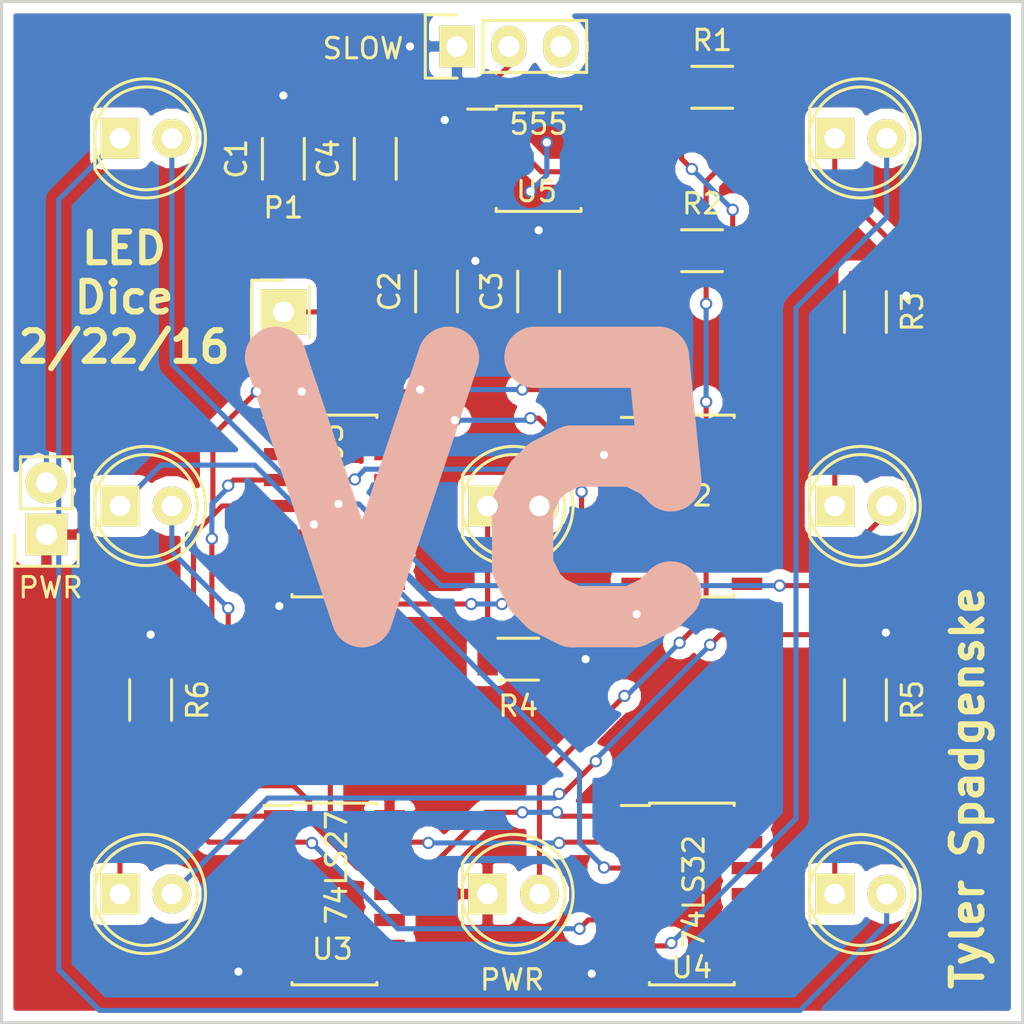
<source format=kicad_pcb>
(kicad_pcb (version 4) (host pcbnew 4.0.1-stable)

  (general
    (links 53)
    (no_connects 0)
    (area 64.075 79.775 118.175001 131.875001)
    (thickness 1.6)
    (drawings 7)
    (tracks 248)
    (zones 0)
    (modules 26)
    (nets 24)
  )

  (page A4)
  (layers
    (0 F.Cu signal)
    (31 B.Cu signal)
    (32 B.Adhes user)
    (33 F.Adhes user)
    (34 B.Paste user)
    (35 F.Paste user)
    (36 B.SilkS user)
    (37 F.SilkS user)
    (38 B.Mask user)
    (39 F.Mask user)
    (40 Dwgs.User user)
    (41 Cmts.User user)
    (42 Eco1.User user)
    (43 Eco2.User user)
    (44 Edge.Cuts user)
    (45 Margin user)
    (46 B.CrtYd user)
    (47 F.CrtYd user)
    (48 B.Fab user)
    (49 F.Fab user)
  )

  (setup
    (last_trace_width 0.25)
    (trace_clearance 0.2)
    (zone_clearance 0.508)
    (zone_45_only no)
    (trace_min 0.2)
    (segment_width 0.2)
    (edge_width 0.15)
    (via_size 0.6)
    (via_drill 0.4)
    (via_min_size 0.4)
    (via_min_drill 0.3)
    (uvia_size 0.3)
    (uvia_drill 0.1)
    (uvias_allowed no)
    (uvia_min_size 0.2)
    (uvia_min_drill 0.1)
    (pcb_text_width 0.3)
    (pcb_text_size 1.5 1.5)
    (mod_edge_width 0.15)
    (mod_text_size 1 1)
    (mod_text_width 0.15)
    (pad_size 1.524 1.524)
    (pad_drill 0.762)
    (pad_to_mask_clearance 0.2)
    (aux_axis_origin 0 0)
    (visible_elements FFFFFF7F)
    (pcbplotparams
      (layerselection 0x010f0_80000001)
      (usegerberextensions false)
      (excludeedgelayer true)
      (linewidth 0.100000)
      (plotframeref false)
      (viasonmask false)
      (mode 1)
      (useauxorigin false)
      (hpglpennumber 1)
      (hpglpenspeed 20)
      (hpglpendiameter 15)
      (hpglpenoverlay 2)
      (psnegative false)
      (psa4output false)
      (plotreference true)
      (plotvalue true)
      (plotinvisibletext false)
      (padsonsilk false)
      (subtractmaskfromsilk false)
      (outputformat 1)
      (mirror false)
      (drillshape 0)
      (scaleselection 1)
      (outputdirectory gerbers/))
  )

  (net 0 "")
  (net 1 VCC)
  (net 2 GND)
  (net 3 "Net-(C2-Pad1)")
  (net 4 "Net-(C3-Pad1)")
  (net 5 "Net-(C4-Pad2)")
  (net 6 "Net-(D1-Pad1)")
  (net 7 1)
  (net 8 "Net-(D2-Pad1)")
  (net 9 2)
  (net 10 "Net-(D3-Pad1)")
  (net 11 3)
  (net 12 "Net-(D4-Pad1)")
  (net 13 4)
  (net 14 "Net-(D5-Pad1)")
  (net 15 "Net-(D6-Pad1)")
  (net 16 "Net-(D7-Pad1)")
  (net 17 OUT)
  (net 18 "Net-(R1-Pad1)")
  (net 19 "Net-(R1-Pad2)")
  (net 20 "Net-(U1-Pad2)")
  (net 21 "Net-(U1-Pad4)")
  (net 22 "Net-(U1-Pad5)")
  (net 23 "Net-(U1-Pad6)")

  (net_class Default "This is the default net class."
    (clearance 0.2)
    (trace_width 0.25)
    (via_dia 0.6)
    (via_drill 0.4)
    (uvia_dia 0.3)
    (uvia_drill 0.1)
    (add_net 1)
    (add_net 2)
    (add_net 3)
    (add_net 4)
    (add_net GND)
    (add_net "Net-(C2-Pad1)")
    (add_net "Net-(C3-Pad1)")
    (add_net "Net-(C4-Pad2)")
    (add_net "Net-(D1-Pad1)")
    (add_net "Net-(D2-Pad1)")
    (add_net "Net-(D3-Pad1)")
    (add_net "Net-(D4-Pad1)")
    (add_net "Net-(D5-Pad1)")
    (add_net "Net-(D6-Pad1)")
    (add_net "Net-(D7-Pad1)")
    (add_net "Net-(R1-Pad1)")
    (add_net "Net-(R1-Pad2)")
    (add_net "Net-(U1-Pad2)")
    (add_net "Net-(U1-Pad4)")
    (add_net "Net-(U1-Pad5)")
    (add_net "Net-(U1-Pad6)")
    (add_net OUT)
    (add_net VCC)
  )

  (module Capacitors_SMD:C_1206 (layer F.Cu) (tedit 56CB8009) (tstamp 56CB717C)
    (at 81.9 89.5 90)
    (descr "Capacitor SMD 1206, reflow soldering, AVX (see smccp.pdf)")
    (tags "capacitor 1206")
    (path /56C8DDE4)
    (attr smd)
    (fp_text reference C1 (at 0 -2.3 90) (layer F.SilkS)
      (effects (font (size 1 1) (thickness 0.15)))
    )
    (fp_text value 0.1uF (at 0 2.3 90) (layer F.Fab) hide
      (effects (font (size 1 1) (thickness 0.15)))
    )
    (fp_line (start -2.3 -1.15) (end 2.3 -1.15) (layer F.CrtYd) (width 0.05))
    (fp_line (start -2.3 1.15) (end 2.3 1.15) (layer F.CrtYd) (width 0.05))
    (fp_line (start -2.3 -1.15) (end -2.3 1.15) (layer F.CrtYd) (width 0.05))
    (fp_line (start 2.3 -1.15) (end 2.3 1.15) (layer F.CrtYd) (width 0.05))
    (fp_line (start 1 -1.025) (end -1 -1.025) (layer F.SilkS) (width 0.15))
    (fp_line (start -1 1.025) (end 1 1.025) (layer F.SilkS) (width 0.15))
    (pad 1 smd rect (at -1.5 0 90) (size 1 1.6) (layers F.Cu F.Paste F.Mask)
      (net 1 VCC))
    (pad 2 smd rect (at 1.5 0 90) (size 1 1.6) (layers F.Cu F.Paste F.Mask)
      (net 2 GND))
    (model Capacitors_SMD.3dshapes/C_1206.wrl
      (at (xyz 0 0 0))
      (scale (xyz 1 1 1))
      (rotate (xyz 0 0 0))
    )
  )

  (module Capacitors_SMD:C_1206 (layer F.Cu) (tedit 56CB7FCC) (tstamp 56CB7182)
    (at 89.4 96 90)
    (descr "Capacitor SMD 1206, reflow soldering, AVX (see smccp.pdf)")
    (tags "capacitor 1206")
    (path /56C8EBD8)
    (attr smd)
    (fp_text reference C2 (at 0 -2.3 90) (layer F.SilkS)
      (effects (font (size 1 1) (thickness 0.15)))
    )
    (fp_text value 0.01uF (at 0 2.3 90) (layer F.Fab) hide
      (effects (font (size 1 1) (thickness 0.15)))
    )
    (fp_line (start -2.3 -1.15) (end 2.3 -1.15) (layer F.CrtYd) (width 0.05))
    (fp_line (start -2.3 1.15) (end 2.3 1.15) (layer F.CrtYd) (width 0.05))
    (fp_line (start -2.3 -1.15) (end -2.3 1.15) (layer F.CrtYd) (width 0.05))
    (fp_line (start 2.3 -1.15) (end 2.3 1.15) (layer F.CrtYd) (width 0.05))
    (fp_line (start 1 -1.025) (end -1 -1.025) (layer F.SilkS) (width 0.15))
    (fp_line (start -1 1.025) (end 1 1.025) (layer F.SilkS) (width 0.15))
    (pad 1 smd rect (at -1.5 0 90) (size 1 1.6) (layers F.Cu F.Paste F.Mask)
      (net 3 "Net-(C2-Pad1)"))
    (pad 2 smd rect (at 1.5 0 90) (size 1 1.6) (layers F.Cu F.Paste F.Mask)
      (net 2 GND))
    (model Capacitors_SMD.3dshapes/C_1206.wrl
      (at (xyz 0 0 0))
      (scale (xyz 1 1 1))
      (rotate (xyz 0 0 0))
    )
  )

  (module Capacitors_SMD:C_1206 (layer F.Cu) (tedit 56CB7FCE) (tstamp 56CB7188)
    (at 94.4 96 90)
    (descr "Capacitor SMD 1206, reflow soldering, AVX (see smccp.pdf)")
    (tags "capacitor 1206")
    (path /56C8E5DD)
    (attr smd)
    (fp_text reference C3 (at 0 -2.3 90) (layer F.SilkS)
      (effects (font (size 1 1) (thickness 0.15)))
    )
    (fp_text value 0.01uF (at 0 2.3 90) (layer F.Fab) hide
      (effects (font (size 1 1) (thickness 0.15)))
    )
    (fp_line (start -2.3 -1.15) (end 2.3 -1.15) (layer F.CrtYd) (width 0.05))
    (fp_line (start -2.3 1.15) (end 2.3 1.15) (layer F.CrtYd) (width 0.05))
    (fp_line (start -2.3 -1.15) (end -2.3 1.15) (layer F.CrtYd) (width 0.05))
    (fp_line (start 2.3 -1.15) (end 2.3 1.15) (layer F.CrtYd) (width 0.05))
    (fp_line (start 1 -1.025) (end -1 -1.025) (layer F.SilkS) (width 0.15))
    (fp_line (start -1 1.025) (end 1 1.025) (layer F.SilkS) (width 0.15))
    (pad 1 smd rect (at -1.5 0 90) (size 1 1.6) (layers F.Cu F.Paste F.Mask)
      (net 4 "Net-(C3-Pad1)"))
    (pad 2 smd rect (at 1.5 0 90) (size 1 1.6) (layers F.Cu F.Paste F.Mask)
      (net 2 GND))
    (model Capacitors_SMD.3dshapes/C_1206.wrl
      (at (xyz 0 0 0))
      (scale (xyz 1 1 1))
      (rotate (xyz 0 0 0))
    )
  )

  (module Capacitors_SMD:C_1206 (layer F.Cu) (tedit 56CB800E) (tstamp 56CB718E)
    (at 86.4 89.5 90)
    (descr "Capacitor SMD 1206, reflow soldering, AVX (see smccp.pdf)")
    (tags "capacitor 1206")
    (path /56C90A9C)
    (attr smd)
    (fp_text reference C4 (at 0 -2.3 90) (layer F.SilkS)
      (effects (font (size 1 1) (thickness 0.15)))
    )
    (fp_text value 22uF (at 0 2.3 90) (layer F.Fab) hide
      (effects (font (size 1 1) (thickness 0.15)))
    )
    (fp_line (start -2.3 -1.15) (end 2.3 -1.15) (layer F.CrtYd) (width 0.05))
    (fp_line (start -2.3 1.15) (end 2.3 1.15) (layer F.CrtYd) (width 0.05))
    (fp_line (start -2.3 -1.15) (end -2.3 1.15) (layer F.CrtYd) (width 0.05))
    (fp_line (start 2.3 -1.15) (end 2.3 1.15) (layer F.CrtYd) (width 0.05))
    (fp_line (start 1 -1.025) (end -1 -1.025) (layer F.SilkS) (width 0.15))
    (fp_line (start -1 1.025) (end 1 1.025) (layer F.SilkS) (width 0.15))
    (pad 1 smd rect (at -1.5 0 90) (size 1 1.6) (layers F.Cu F.Paste F.Mask)
      (net 4 "Net-(C3-Pad1)"))
    (pad 2 smd rect (at 1.5 0 90) (size 1 1.6) (layers F.Cu F.Paste F.Mask)
      (net 5 "Net-(C4-Pad2)"))
    (model Capacitors_SMD.3dshapes/C_1206.wrl
      (at (xyz 0 0 0))
      (scale (xyz 1 1 1))
      (rotate (xyz 0 0 0))
    )
  )

  (module LEDs:LED-5MM (layer F.Cu) (tedit 56CB7F6D) (tstamp 56CB7194)
    (at 73.9 106.5)
    (descr "LED 5mm round vertical")
    (tags "LED 5mm round vertical")
    (path /56C983E5)
    (fp_text reference D1 (at 1.524 4.064) (layer F.SilkS) hide
      (effects (font (size 1 1) (thickness 0.15)))
    )
    (fp_text value LED (at 1.524 -3.937) (layer F.Fab) hide
      (effects (font (size 1 1) (thickness 0.15)))
    )
    (fp_line (start -1.5 -1.55) (end -1.5 1.55) (layer F.CrtYd) (width 0.05))
    (fp_arc (start 1.3 0) (end -1.5 1.55) (angle -302) (layer F.CrtYd) (width 0.05))
    (fp_arc (start 1.27 0) (end -1.23 -1.5) (angle 297.5) (layer F.SilkS) (width 0.15))
    (fp_line (start -1.23 1.5) (end -1.23 -1.5) (layer F.SilkS) (width 0.15))
    (fp_circle (center 1.27 0) (end 0.97 -2.5) (layer F.SilkS) (width 0.15))
    (fp_text user K (at -1.905 1.905) (layer F.SilkS) hide
      (effects (font (size 1 1) (thickness 0.15)))
    )
    (pad 1 thru_hole rect (at 0 0 90) (size 2 1.9) (drill 1.00076) (layers *.Cu *.Mask F.SilkS)
      (net 6 "Net-(D1-Pad1)"))
    (pad 2 thru_hole circle (at 2.54 0) (size 1.9 1.9) (drill 1.00076) (layers *.Cu *.Mask F.SilkS)
      (net 7 1))
    (model LEDs.3dshapes/LED-5MM.wrl
      (at (xyz 0.05 0 0))
      (scale (xyz 1 1 1))
      (rotate (xyz 0 0 90))
    )
  )

  (module LEDs:LED-5MM (layer F.Cu) (tedit 56CB7F2C) (tstamp 56CB719A)
    (at 91.9 106.5)
    (descr "LED 5mm round vertical")
    (tags "LED 5mm round vertical")
    (path /56C98757)
    (fp_text reference D2 (at 1.524 4.064) (layer F.SilkS) hide
      (effects (font (size 1 1) (thickness 0.15)))
    )
    (fp_text value LED (at 1.524 -3.937) (layer F.Fab) hide
      (effects (font (size 1 1) (thickness 0.15)))
    )
    (fp_line (start -1.5 -1.55) (end -1.5 1.55) (layer F.CrtYd) (width 0.05))
    (fp_arc (start 1.3 0) (end -1.5 1.55) (angle -302) (layer F.CrtYd) (width 0.05))
    (fp_arc (start 1.27 0) (end -1.23 -1.5) (angle 297.5) (layer F.SilkS) (width 0.15))
    (fp_line (start -1.23 1.5) (end -1.23 -1.5) (layer F.SilkS) (width 0.15))
    (fp_circle (center 1.27 0) (end 0.97 -2.5) (layer F.SilkS) (width 0.15))
    (fp_text user K (at -1.905 1.905) (layer F.SilkS) hide
      (effects (font (size 1 1) (thickness 0.15)))
    )
    (pad 1 thru_hole rect (at 0 0 90) (size 2 1.9) (drill 1.00076) (layers *.Cu *.Mask F.SilkS)
      (net 8 "Net-(D2-Pad1)"))
    (pad 2 thru_hole circle (at 2.54 0) (size 1.9 1.9) (drill 1.00076) (layers *.Cu *.Mask F.SilkS)
      (net 9 2))
    (model LEDs.3dshapes/LED-5MM.wrl
      (at (xyz 0.05 0 0))
      (scale (xyz 1 1 1))
      (rotate (xyz 0 0 90))
    )
  )

  (module LEDs:LED-5MM (layer F.Cu) (tedit 56CB7F83) (tstamp 56CB71A0)
    (at 73.9 88.5)
    (descr "LED 5mm round vertical")
    (tags "LED 5mm round vertical")
    (path /56C98833)
    (fp_text reference D3 (at 1.524 4.064) (layer F.SilkS) hide
      (effects (font (size 1 1) (thickness 0.15)))
    )
    (fp_text value LED (at 1.524 -3.937) (layer F.Fab) hide
      (effects (font (size 1 1) (thickness 0.15)))
    )
    (fp_line (start -1.5 -1.55) (end -1.5 1.55) (layer F.CrtYd) (width 0.05))
    (fp_arc (start 1.3 0) (end -1.5 1.55) (angle -302) (layer F.CrtYd) (width 0.05))
    (fp_arc (start 1.27 0) (end -1.23 -1.5) (angle 297.5) (layer F.SilkS) (width 0.15))
    (fp_line (start -1.23 1.5) (end -1.23 -1.5) (layer F.SilkS) (width 0.15))
    (fp_circle (center 1.27 0) (end 0.97 -2.5) (layer F.SilkS) (width 0.15))
    (fp_text user K (at -1.905 1.905) (layer F.SilkS) hide
      (effects (font (size 1 1) (thickness 0.15)))
    )
    (pad 1 thru_hole rect (at 0 0 90) (size 2 1.9) (drill 1.00076) (layers *.Cu *.Mask F.SilkS)
      (net 10 "Net-(D3-Pad1)"))
    (pad 2 thru_hole circle (at 2.54 0) (size 1.9 1.9) (drill 1.00076) (layers *.Cu *.Mask F.SilkS)
      (net 11 3))
    (model LEDs.3dshapes/LED-5MM.wrl
      (at (xyz 0.05 0 0))
      (scale (xyz 1 1 1))
      (rotate (xyz 0 0 90))
    )
  )

  (module LEDs:LED-5MM (layer F.Cu) (tedit 56CB7F78) (tstamp 56CB71A6)
    (at 108.9 88.5)
    (descr "LED 5mm round vertical")
    (tags "LED 5mm round vertical")
    (path /56C98BA0)
    (fp_text reference D4 (at 1.524 4.064) (layer F.SilkS) hide
      (effects (font (size 1 1) (thickness 0.15)))
    )
    (fp_text value LED (at 1.524 -3.937) (layer F.Fab) hide
      (effects (font (size 1 1) (thickness 0.15)))
    )
    (fp_line (start -1.5 -1.55) (end -1.5 1.55) (layer F.CrtYd) (width 0.05))
    (fp_arc (start 1.3 0) (end -1.5 1.55) (angle -302) (layer F.CrtYd) (width 0.05))
    (fp_arc (start 1.27 0) (end -1.23 -1.5) (angle 297.5) (layer F.SilkS) (width 0.15))
    (fp_line (start -1.23 1.5) (end -1.23 -1.5) (layer F.SilkS) (width 0.15))
    (fp_circle (center 1.27 0) (end 0.97 -2.5) (layer F.SilkS) (width 0.15))
    (fp_text user K (at -1.905 1.905) (layer F.SilkS) hide
      (effects (font (size 1 1) (thickness 0.15)))
    )
    (pad 1 thru_hole rect (at 0 0 90) (size 2 1.9) (drill 1.00076) (layers *.Cu *.Mask F.SilkS)
      (net 12 "Net-(D4-Pad1)"))
    (pad 2 thru_hole circle (at 2.54 0) (size 1.9 1.9) (drill 1.00076) (layers *.Cu *.Mask F.SilkS)
      (net 13 4))
    (model LEDs.3dshapes/LED-5MM.wrl
      (at (xyz 0.05 0 0))
      (scale (xyz 1 1 1))
      (rotate (xyz 0 0 90))
    )
  )

  (module LEDs:LED-5MM (layer F.Cu) (tedit 56CB7F63) (tstamp 56CB71AC)
    (at 108.9 106.5)
    (descr "LED 5mm round vertical")
    (tags "LED 5mm round vertical")
    (path /56C985EF)
    (fp_text reference D5 (at 1.524 4.064) (layer F.SilkS) hide
      (effects (font (size 1 1) (thickness 0.15)))
    )
    (fp_text value LED (at 1.524 -3.937) (layer F.Fab) hide
      (effects (font (size 1 1) (thickness 0.15)))
    )
    (fp_line (start -1.5 -1.55) (end -1.5 1.55) (layer F.CrtYd) (width 0.05))
    (fp_arc (start 1.3 0) (end -1.5 1.55) (angle -302) (layer F.CrtYd) (width 0.05))
    (fp_arc (start 1.27 0) (end -1.23 -1.5) (angle 297.5) (layer F.SilkS) (width 0.15))
    (fp_line (start -1.23 1.5) (end -1.23 -1.5) (layer F.SilkS) (width 0.15))
    (fp_circle (center 1.27 0) (end 0.97 -2.5) (layer F.SilkS) (width 0.15))
    (fp_text user K (at -1.905 1.905) (layer F.SilkS) hide
      (effects (font (size 1 1) (thickness 0.15)))
    )
    (pad 1 thru_hole rect (at 0 0 90) (size 2 1.9) (drill 1.00076) (layers *.Cu *.Mask F.SilkS)
      (net 14 "Net-(D5-Pad1)"))
    (pad 2 thru_hole circle (at 2.54 0) (size 1.9 1.9) (drill 1.00076) (layers *.Cu *.Mask F.SilkS)
      (net 6 "Net-(D1-Pad1)"))
    (model LEDs.3dshapes/LED-5MM.wrl
      (at (xyz 0.05 0 0))
      (scale (xyz 1 1 1))
      (rotate (xyz 0 0 90))
    )
  )

  (module LEDs:LED-5MM (layer F.Cu) (tedit 56CB7EF2) (tstamp 56CB71B2)
    (at 108.9 125.5)
    (descr "LED 5mm round vertical")
    (tags "LED 5mm round vertical")
    (path /56C98ADE)
    (fp_text reference D6 (at 1.524 4.064) (layer F.SilkS) hide
      (effects (font (size 1 1) (thickness 0.15)))
    )
    (fp_text value LED (at 1.524 -3.937) (layer F.Fab) hide
      (effects (font (size 1 1) (thickness 0.15)))
    )
    (fp_line (start -1.5 -1.55) (end -1.5 1.55) (layer F.CrtYd) (width 0.05))
    (fp_arc (start 1.3 0) (end -1.5 1.55) (angle -302) (layer F.CrtYd) (width 0.05))
    (fp_arc (start 1.27 0) (end -1.23 -1.5) (angle 297.5) (layer F.SilkS) (width 0.15))
    (fp_line (start -1.23 1.5) (end -1.23 -1.5) (layer F.SilkS) (width 0.15))
    (fp_circle (center 1.27 0) (end 0.97 -2.5) (layer F.SilkS) (width 0.15))
    (fp_text user K (at -1.905 1.905) (layer F.SilkS) hide
      (effects (font (size 1 1) (thickness 0.15)))
    )
    (pad 1 thru_hole rect (at 0 0 90) (size 2 1.9) (drill 1.00076) (layers *.Cu *.Mask F.SilkS)
      (net 15 "Net-(D6-Pad1)"))
    (pad 2 thru_hole circle (at 2.54 0) (size 1.9 1.9) (drill 1.00076) (layers *.Cu *.Mask F.SilkS)
      (net 10 "Net-(D3-Pad1)"))
    (model LEDs.3dshapes/LED-5MM.wrl
      (at (xyz 0.05 0 0))
      (scale (xyz 1 1 1))
      (rotate (xyz 0 0 90))
    )
  )

  (module LEDs:LED-5MM (layer F.Cu) (tedit 56CB7EE9) (tstamp 56CB71B8)
    (at 73.9 125.5)
    (descr "LED 5mm round vertical")
    (tags "LED 5mm round vertical")
    (path /56C98C92)
    (fp_text reference D7 (at 1.524 4.064) (layer F.SilkS) hide
      (effects (font (size 1 1) (thickness 0.15)))
    )
    (fp_text value LED (at 1.524 -3.937) (layer F.Fab) hide
      (effects (font (size 1 1) (thickness 0.15)))
    )
    (fp_line (start -1.5 -1.55) (end -1.5 1.55) (layer F.CrtYd) (width 0.05))
    (fp_arc (start 1.3 0) (end -1.5 1.55) (angle -302) (layer F.CrtYd) (width 0.05))
    (fp_arc (start 1.27 0) (end -1.23 -1.5) (angle 297.5) (layer F.SilkS) (width 0.15))
    (fp_line (start -1.23 1.5) (end -1.23 -1.5) (layer F.SilkS) (width 0.15))
    (fp_circle (center 1.27 0) (end 0.97 -2.5) (layer F.SilkS) (width 0.15))
    (fp_text user K (at -1.905 1.905) (layer F.SilkS) hide
      (effects (font (size 1 1) (thickness 0.15)))
    )
    (pad 1 thru_hole rect (at 0 0 90) (size 2 1.9) (drill 1.00076) (layers *.Cu *.Mask F.SilkS)
      (net 16 "Net-(D7-Pad1)"))
    (pad 2 thru_hole circle (at 2.54 0) (size 1.9 1.9) (drill 1.00076) (layers *.Cu *.Mask F.SilkS)
      (net 12 "Net-(D4-Pad1)"))
    (model LEDs.3dshapes/LED-5MM.wrl
      (at (xyz 0.05 0 0))
      (scale (xyz 1 1 1))
      (rotate (xyz 0 0 90))
    )
  )

  (module Socket_Strips:Socket_Strip_Straight_1x01 (layer F.Cu) (tedit 56CB7FC9) (tstamp 56CB71BD)
    (at 81.9 97)
    (descr "Through hole socket strip")
    (tags "socket strip")
    (path /56C9A3EE)
    (fp_text reference P1 (at 0 -5.1) (layer F.SilkS)
      (effects (font (size 1 1) (thickness 0.15)))
    )
    (fp_text value CONN_01X01 (at 0 -3.1) (layer F.Fab) hide
      (effects (font (size 1 1) (thickness 0.15)))
    )
    (fp_line (start -1.75 -1.75) (end -1.75 1.75) (layer F.CrtYd) (width 0.05))
    (fp_line (start 1.75 -1.75) (end 1.75 1.75) (layer F.CrtYd) (width 0.05))
    (fp_line (start -1.75 -1.75) (end 1.75 -1.75) (layer F.CrtYd) (width 0.05))
    (fp_line (start -1.75 1.75) (end 1.75 1.75) (layer F.CrtYd) (width 0.05))
    (fp_line (start 1.27 1.27) (end 1.27 -1.27) (layer F.SilkS) (width 0.15))
    (fp_line (start -1.55 -1.55) (end 0 -1.55) (layer F.SilkS) (width 0.15))
    (fp_line (start -1.55 -1.55) (end -1.55 1.55) (layer F.SilkS) (width 0.15))
    (fp_line (start -1.55 1.55) (end 0 1.55) (layer F.SilkS) (width 0.15))
    (pad 1 thru_hole rect (at 0 0) (size 2.2352 2.2352) (drill 1.016) (layers *.Cu *.Mask F.SilkS)
      (net 17 OUT))
    (model Socket_Strips.3dshapes/Socket_Strip_Straight_1x01.wrl
      (at (xyz 0 0 0))
      (scale (xyz 1 1 1))
      (rotate (xyz 0 0 180))
    )
  )

  (module Capacitors_SMD:C_1206 (layer F.Cu) (tedit 56CB7FDB) (tstamp 56CB71C3)
    (at 102.9 86)
    (descr "Capacitor SMD 1206, reflow soldering, AVX (see smccp.pdf)")
    (tags "capacitor 1206")
    (path /56C8E3EE)
    (attr smd)
    (fp_text reference R1 (at 0 -2.3) (layer F.SilkS)
      (effects (font (size 1 1) (thickness 0.15)))
    )
    (fp_text value 10K (at 0 2.3) (layer F.Fab) hide
      (effects (font (size 1 1) (thickness 0.15)))
    )
    (fp_line (start -2.3 -1.15) (end 2.3 -1.15) (layer F.CrtYd) (width 0.05))
    (fp_line (start -2.3 1.15) (end 2.3 1.15) (layer F.CrtYd) (width 0.05))
    (fp_line (start -2.3 -1.15) (end -2.3 1.15) (layer F.CrtYd) (width 0.05))
    (fp_line (start 2.3 -1.15) (end 2.3 1.15) (layer F.CrtYd) (width 0.05))
    (fp_line (start 1 -1.025) (end -1 -1.025) (layer F.SilkS) (width 0.15))
    (fp_line (start -1 1.025) (end 1 1.025) (layer F.SilkS) (width 0.15))
    (pad 1 smd rect (at -1.5 0) (size 1 1.6) (layers F.Cu F.Paste F.Mask)
      (net 18 "Net-(R1-Pad1)"))
    (pad 2 smd rect (at 1.5 0) (size 1 1.6) (layers F.Cu F.Paste F.Mask)
      (net 19 "Net-(R1-Pad2)"))
    (model Capacitors_SMD.3dshapes/C_1206.wrl
      (at (xyz 0 0 0))
      (scale (xyz 1 1 1))
      (rotate (xyz 0 0 0))
    )
  )

  (module Capacitors_SMD:C_1206 (layer F.Cu) (tedit 56CB7FD3) (tstamp 56CB71C9)
    (at 102.4 94)
    (descr "Capacitor SMD 1206, reflow soldering, AVX (see smccp.pdf)")
    (tags "capacitor 1206")
    (path /56C8E472)
    (attr smd)
    (fp_text reference R2 (at 0 -2.3) (layer F.SilkS)
      (effects (font (size 1 1) (thickness 0.15)))
    )
    (fp_text value 10K (at 0 2.3) (layer F.Fab) hide
      (effects (font (size 1 1) (thickness 0.15)))
    )
    (fp_line (start -2.3 -1.15) (end 2.3 -1.15) (layer F.CrtYd) (width 0.05))
    (fp_line (start -2.3 1.15) (end 2.3 1.15) (layer F.CrtYd) (width 0.05))
    (fp_line (start -2.3 -1.15) (end -2.3 1.15) (layer F.CrtYd) (width 0.05))
    (fp_line (start 2.3 -1.15) (end 2.3 1.15) (layer F.CrtYd) (width 0.05))
    (fp_line (start 1 -1.025) (end -1 -1.025) (layer F.SilkS) (width 0.15))
    (fp_line (start -1 1.025) (end 1 1.025) (layer F.SilkS) (width 0.15))
    (pad 1 smd rect (at -1.5 0) (size 1 1.6) (layers F.Cu F.Paste F.Mask)
      (net 4 "Net-(C3-Pad1)"))
    (pad 2 smd rect (at 1.5 0) (size 1 1.6) (layers F.Cu F.Paste F.Mask)
      (net 18 "Net-(R1-Pad1)"))
    (model Capacitors_SMD.3dshapes/C_1206.wrl
      (at (xyz 0 0 0))
      (scale (xyz 1 1 1))
      (rotate (xyz 0 0 0))
    )
  )

  (module Capacitors_SMD:C_1206 (layer F.Cu) (tedit 56CB7FD7) (tstamp 56CB71CF)
    (at 110.4 97 270)
    (descr "Capacitor SMD 1206, reflow soldering, AVX (see smccp.pdf)")
    (tags "capacitor 1206")
    (path /56C98F85)
    (attr smd)
    (fp_text reference R3 (at 0 -2.3 270) (layer F.SilkS)
      (effects (font (size 1 1) (thickness 0.15)))
    )
    (fp_text value 220 (at 0 2.3 270) (layer F.Fab) hide
      (effects (font (size 1 1) (thickness 0.15)))
    )
    (fp_line (start -2.3 -1.15) (end 2.3 -1.15) (layer F.CrtYd) (width 0.05))
    (fp_line (start -2.3 1.15) (end 2.3 1.15) (layer F.CrtYd) (width 0.05))
    (fp_line (start -2.3 -1.15) (end -2.3 1.15) (layer F.CrtYd) (width 0.05))
    (fp_line (start 2.3 -1.15) (end 2.3 1.15) (layer F.CrtYd) (width 0.05))
    (fp_line (start 1 -1.025) (end -1 -1.025) (layer F.SilkS) (width 0.15))
    (fp_line (start -1 1.025) (end 1 1.025) (layer F.SilkS) (width 0.15))
    (pad 1 smd rect (at -1.5 0 270) (size 1 1.6) (layers F.Cu F.Paste F.Mask)
      (net 2 GND))
    (pad 2 smd rect (at 1.5 0 270) (size 1 1.6) (layers F.Cu F.Paste F.Mask)
      (net 14 "Net-(D5-Pad1)"))
    (model Capacitors_SMD.3dshapes/C_1206.wrl
      (at (xyz 0 0 0))
      (scale (xyz 1 1 1))
      (rotate (xyz 0 0 0))
    )
  )

  (module Capacitors_SMD:C_1206 (layer F.Cu) (tedit 56CB7F1F) (tstamp 56CB71D5)
    (at 93.4 114 180)
    (descr "Capacitor SMD 1206, reflow soldering, AVX (see smccp.pdf)")
    (tags "capacitor 1206")
    (path /56C992EB)
    (attr smd)
    (fp_text reference R4 (at 0 -2.3 180) (layer F.SilkS)
      (effects (font (size 1 1) (thickness 0.15)))
    )
    (fp_text value 220 (at 0 2.3 180) (layer F.Fab) hide
      (effects (font (size 1 1) (thickness 0.15)))
    )
    (fp_line (start -2.3 -1.15) (end 2.3 -1.15) (layer F.CrtYd) (width 0.05))
    (fp_line (start -2.3 1.15) (end 2.3 1.15) (layer F.CrtYd) (width 0.05))
    (fp_line (start -2.3 -1.15) (end -2.3 1.15) (layer F.CrtYd) (width 0.05))
    (fp_line (start 2.3 -1.15) (end 2.3 1.15) (layer F.CrtYd) (width 0.05))
    (fp_line (start 1 -1.025) (end -1 -1.025) (layer F.SilkS) (width 0.15))
    (fp_line (start -1 1.025) (end 1 1.025) (layer F.SilkS) (width 0.15))
    (pad 1 smd rect (at -1.5 0 180) (size 1 1.6) (layers F.Cu F.Paste F.Mask)
      (net 2 GND))
    (pad 2 smd rect (at 1.5 0 180) (size 1 1.6) (layers F.Cu F.Paste F.Mask)
      (net 8 "Net-(D2-Pad1)"))
    (model Capacitors_SMD.3dshapes/C_1206.wrl
      (at (xyz 0 0 0))
      (scale (xyz 1 1 1))
      (rotate (xyz 0 0 0))
    )
  )

  (module Capacitors_SMD:C_1206 (layer F.Cu) (tedit 56CB7E7F) (tstamp 56CB71DB)
    (at 110.4 116 270)
    (descr "Capacitor SMD 1206, reflow soldering, AVX (see smccp.pdf)")
    (tags "capacitor 1206")
    (path /56C98FDC)
    (attr smd)
    (fp_text reference R5 (at 0 -2.3 270) (layer F.SilkS)
      (effects (font (size 1 1) (thickness 0.15)))
    )
    (fp_text value 220 (at 0 2.3 270) (layer F.Fab) hide
      (effects (font (size 1 1) (thickness 0.15)))
    )
    (fp_line (start -2.3 -1.15) (end 2.3 -1.15) (layer F.CrtYd) (width 0.05))
    (fp_line (start -2.3 1.15) (end 2.3 1.15) (layer F.CrtYd) (width 0.05))
    (fp_line (start -2.3 -1.15) (end -2.3 1.15) (layer F.CrtYd) (width 0.05))
    (fp_line (start 2.3 -1.15) (end 2.3 1.15) (layer F.CrtYd) (width 0.05))
    (fp_line (start 1 -1.025) (end -1 -1.025) (layer F.SilkS) (width 0.15))
    (fp_line (start -1 1.025) (end 1 1.025) (layer F.SilkS) (width 0.15))
    (pad 1 smd rect (at -1.5 0 270) (size 1 1.6) (layers F.Cu F.Paste F.Mask)
      (net 2 GND))
    (pad 2 smd rect (at 1.5 0 270) (size 1 1.6) (layers F.Cu F.Paste F.Mask)
      (net 15 "Net-(D6-Pad1)"))
    (model Capacitors_SMD.3dshapes/C_1206.wrl
      (at (xyz 0 0 0))
      (scale (xyz 1 1 1))
      (rotate (xyz 0 0 0))
    )
  )

  (module Capacitors_SMD:C_1206 (layer F.Cu) (tedit 56CB7F1A) (tstamp 56CB71E1)
    (at 75.4 116 270)
    (descr "Capacitor SMD 1206, reflow soldering, AVX (see smccp.pdf)")
    (tags "capacitor 1206")
    (path /56C99049)
    (attr smd)
    (fp_text reference R6 (at 0 -2.3 270) (layer F.SilkS)
      (effects (font (size 1 1) (thickness 0.15)))
    )
    (fp_text value 220 (at 0 2.3 270) (layer F.Fab) hide
      (effects (font (size 1 1) (thickness 0.15)))
    )
    (fp_line (start -2.3 -1.15) (end 2.3 -1.15) (layer F.CrtYd) (width 0.05))
    (fp_line (start -2.3 1.15) (end 2.3 1.15) (layer F.CrtYd) (width 0.05))
    (fp_line (start -2.3 -1.15) (end -2.3 1.15) (layer F.CrtYd) (width 0.05))
    (fp_line (start 2.3 -1.15) (end 2.3 1.15) (layer F.CrtYd) (width 0.05))
    (fp_line (start 1 -1.025) (end -1 -1.025) (layer F.SilkS) (width 0.15))
    (fp_line (start -1 1.025) (end 1 1.025) (layer F.SilkS) (width 0.15))
    (pad 1 smd rect (at -1.5 0 270) (size 1 1.6) (layers F.Cu F.Paste F.Mask)
      (net 2 GND))
    (pad 2 smd rect (at 1.5 0 270) (size 1 1.6) (layers F.Cu F.Paste F.Mask)
      (net 16 "Net-(D7-Pad1)"))
    (model Capacitors_SMD.3dshapes/C_1206.wrl
      (at (xyz 0 0 0))
      (scale (xyz 1 1 1))
      (rotate (xyz 0 0 0))
    )
  )

  (module LEDs:LED-5MM (layer F.Cu) (tedit 56CB7EDA) (tstamp 56CB71E7)
    (at 91.9 125.5)
    (descr "LED 5mm round vertical")
    (tags "LED 5mm round vertical")
    (path /56C8D663)
    (fp_text reference SW1 (at 1.524 4.064) (layer F.SilkS) hide
      (effects (font (size 1 1) (thickness 0.15)))
    )
    (fp_text value PWR (at 1.2 4.2) (layer F.SilkS)
      (effects (font (size 1 1) (thickness 0.15)))
    )
    (fp_line (start -1.5 -1.55) (end -1.5 1.55) (layer F.CrtYd) (width 0.05))
    (fp_arc (start 1.3 0) (end -1.5 1.55) (angle -302) (layer F.CrtYd) (width 0.05))
    (fp_arc (start 1.27 0) (end -1.23 -1.5) (angle 297.5) (layer F.SilkS) (width 0.15))
    (fp_line (start -1.23 1.5) (end -1.23 -1.5) (layer F.SilkS) (width 0.15))
    (fp_circle (center 1.27 0) (end 0.97 -2.5) (layer F.SilkS) (width 0.15))
    (fp_text user K (at -1.905 1.905) (layer F.SilkS) hide
      (effects (font (size 1 1) (thickness 0.15)))
    )
    (pad 1 thru_hole rect (at 0 0 90) (size 2 1.9) (drill 1.00076) (layers *.Cu *.Mask F.SilkS)
      (net 1 VCC))
    (pad 2 thru_hole circle (at 2.54 0) (size 1.9 1.9) (drill 1.00076) (layers *.Cu *.Mask F.SilkS)
      (net 19 "Net-(R1-Pad2)"))
    (model LEDs.3dshapes/LED-5MM.wrl
      (at (xyz 0.05 0 0))
      (scale (xyz 1 1 1))
      (rotate (xyz 0 0 90))
    )
  )

  (module Housings_SOIC:SOIC-14_3.9x8.7mm_Pitch1.27mm (layer F.Cu) (tedit 56CB7FBC) (tstamp 56CB7200)
    (at 84.4 106.5)
    (descr "14-Lead Plastic Small Outline (SL) - Narrow, 3.90 mm Body [SOIC] (see Microchip Packaging Specification 00000049BS.pdf)")
    (tags "SOIC 1.27")
    (path /56C8D3F9)
    (attr smd)
    (fp_text reference U1 (at 0 3.1) (layer F.SilkS)
      (effects (font (size 1 1) (thickness 0.15)))
    )
    (fp_text value 74LS393 (at -0.1 -0.8 90) (layer F.SilkS)
      (effects (font (size 1 1) (thickness 0.15)))
    )
    (fp_line (start -3.7 -4.65) (end -3.7 4.65) (layer F.CrtYd) (width 0.05))
    (fp_line (start 3.7 -4.65) (end 3.7 4.65) (layer F.CrtYd) (width 0.05))
    (fp_line (start -3.7 -4.65) (end 3.7 -4.65) (layer F.CrtYd) (width 0.05))
    (fp_line (start -3.7 4.65) (end 3.7 4.65) (layer F.CrtYd) (width 0.05))
    (fp_line (start -2.075 -4.45) (end -2.075 -4.335) (layer F.SilkS) (width 0.15))
    (fp_line (start 2.075 -4.45) (end 2.075 -4.335) (layer F.SilkS) (width 0.15))
    (fp_line (start 2.075 4.45) (end 2.075 4.335) (layer F.SilkS) (width 0.15))
    (fp_line (start -2.075 4.45) (end -2.075 4.335) (layer F.SilkS) (width 0.15))
    (fp_line (start -2.075 -4.45) (end 2.075 -4.45) (layer F.SilkS) (width 0.15))
    (fp_line (start -2.075 4.45) (end 2.075 4.45) (layer F.SilkS) (width 0.15))
    (fp_line (start -2.075 -4.335) (end -3.45 -4.335) (layer F.SilkS) (width 0.15))
    (pad 1 smd rect (at -2.7 -3.81) (size 1.5 0.6) (layers F.Cu F.Paste F.Mask)
      (net 17 OUT))
    (pad 2 smd rect (at -2.7 -2.54) (size 1.5 0.6) (layers F.Cu F.Paste F.Mask)
      (net 20 "Net-(U1-Pad2)"))
    (pad 3 smd rect (at -2.7 -1.27) (size 1.5 0.6) (layers F.Cu F.Paste F.Mask)
      (net 9 2))
    (pad 4 smd rect (at -2.7 0) (size 1.5 0.6) (layers F.Cu F.Paste F.Mask)
      (net 21 "Net-(U1-Pad4)"))
    (pad 5 smd rect (at -2.7 1.27) (size 1.5 0.6) (layers F.Cu F.Paste F.Mask)
      (net 22 "Net-(U1-Pad5)"))
    (pad 6 smd rect (at -2.7 2.54) (size 1.5 0.6) (layers F.Cu F.Paste F.Mask)
      (net 23 "Net-(U1-Pad6)"))
    (pad 7 smd rect (at -2.7 3.81) (size 1.5 0.6) (layers F.Cu F.Paste F.Mask)
      (net 2 GND))
    (pad 8 smd rect (at 2.7 3.81) (size 1.5 0.6) (layers F.Cu F.Paste F.Mask))
    (pad 9 smd rect (at 2.7 2.54) (size 1.5 0.6) (layers F.Cu F.Paste F.Mask))
    (pad 10 smd rect (at 2.7 1.27) (size 1.5 0.6) (layers F.Cu F.Paste F.Mask))
    (pad 11 smd rect (at 2.7 0) (size 1.5 0.6) (layers F.Cu F.Paste F.Mask))
    (pad 12 smd rect (at 2.7 -1.27) (size 1.5 0.6) (layers F.Cu F.Paste F.Mask))
    (pad 13 smd rect (at 2.7 -2.54) (size 1.5 0.6) (layers F.Cu F.Paste F.Mask))
    (pad 14 smd rect (at 2.7 -3.81) (size 1.5 0.6) (layers F.Cu F.Paste F.Mask)
      (net 1 VCC))
    (model Housings_SOIC.3dshapes/SOIC-14_3.9x8.7mm_Pitch1.27mm.wrl
      (at (xyz 0 0 0))
      (scale (xyz 1 1 1))
      (rotate (xyz 0 0 0))
    )
  )

  (module Housings_SOIC:SOIC-14_3.9x8.7mm_Pitch1.27mm (layer F.Cu) (tedit 56CB7FC1) (tstamp 56CB7212)
    (at 101.9 106.5)
    (descr "14-Lead Plastic Small Outline (SL) - Narrow, 3.90 mm Body [SOIC] (see Microchip Packaging Specification 00000049BS.pdf)")
    (tags "SOIC 1.27")
    (path /56C8D44A)
    (attr smd)
    (fp_text reference U2 (at 0 -0.5) (layer F.SilkS)
      (effects (font (size 1 1) (thickness 0.15)))
    )
    (fp_text value 74LS08 (at 0 5.375) (layer F.Fab) hide
      (effects (font (size 1 1) (thickness 0.15)))
    )
    (fp_line (start -3.7 -4.65) (end -3.7 4.65) (layer F.CrtYd) (width 0.05))
    (fp_line (start 3.7 -4.65) (end 3.7 4.65) (layer F.CrtYd) (width 0.05))
    (fp_line (start -3.7 -4.65) (end 3.7 -4.65) (layer F.CrtYd) (width 0.05))
    (fp_line (start -3.7 4.65) (end 3.7 4.65) (layer F.CrtYd) (width 0.05))
    (fp_line (start -2.075 -4.45) (end -2.075 -4.335) (layer F.SilkS) (width 0.15))
    (fp_line (start 2.075 -4.45) (end 2.075 -4.335) (layer F.SilkS) (width 0.15))
    (fp_line (start 2.075 4.45) (end 2.075 4.335) (layer F.SilkS) (width 0.15))
    (fp_line (start -2.075 4.45) (end -2.075 4.335) (layer F.SilkS) (width 0.15))
    (fp_line (start -2.075 -4.45) (end 2.075 -4.45) (layer F.SilkS) (width 0.15))
    (fp_line (start -2.075 4.45) (end 2.075 4.45) (layer F.SilkS) (width 0.15))
    (fp_line (start -2.075 -4.335) (end -3.45 -4.335) (layer F.SilkS) (width 0.15))
    (pad 1 smd rect (at -2.7 -3.81) (size 1.5 0.6) (layers F.Cu F.Paste F.Mask)
      (net 21 "Net-(U1-Pad4)"))
    (pad 2 smd rect (at -2.7 -2.54) (size 1.5 0.6) (layers F.Cu F.Paste F.Mask)
      (net 22 "Net-(U1-Pad5)"))
    (pad 3 smd rect (at -2.7 -1.27) (size 1.5 0.6) (layers F.Cu F.Paste F.Mask)
      (net 20 "Net-(U1-Pad2)"))
    (pad 4 smd rect (at -2.7 0) (size 1.5 0.6) (layers F.Cu F.Paste F.Mask))
    (pad 5 smd rect (at -2.7 1.27) (size 1.5 0.6) (layers F.Cu F.Paste F.Mask))
    (pad 6 smd rect (at -2.7 2.54) (size 1.5 0.6) (layers F.Cu F.Paste F.Mask))
    (pad 7 smd rect (at -2.7 3.81) (size 1.5 0.6) (layers F.Cu F.Paste F.Mask)
      (net 2 GND))
    (pad 8 smd rect (at 2.7 3.81) (size 1.5 0.6) (layers F.Cu F.Paste F.Mask))
    (pad 9 smd rect (at 2.7 2.54) (size 1.5 0.6) (layers F.Cu F.Paste F.Mask))
    (pad 10 smd rect (at 2.7 1.27) (size 1.5 0.6) (layers F.Cu F.Paste F.Mask))
    (pad 11 smd rect (at 2.7 0) (size 1.5 0.6) (layers F.Cu F.Paste F.Mask))
    (pad 12 smd rect (at 2.7 -1.27) (size 1.5 0.6) (layers F.Cu F.Paste F.Mask))
    (pad 13 smd rect (at 2.7 -2.54) (size 1.5 0.6) (layers F.Cu F.Paste F.Mask))
    (pad 14 smd rect (at 2.7 -3.81) (size 1.5 0.6) (layers F.Cu F.Paste F.Mask)
      (net 1 VCC))
    (model Housings_SOIC.3dshapes/SOIC-14_3.9x8.7mm_Pitch1.27mm.wrl
      (at (xyz 0 0 0))
      (scale (xyz 1 1 1))
      (rotate (xyz 0 0 0))
    )
  )

  (module Housings_SOIC:SOIC-14_3.9x8.7mm_Pitch1.27mm (layer F.Cu) (tedit 56CB7F09) (tstamp 56CB7224)
    (at 84.4 125.5)
    (descr "14-Lead Plastic Small Outline (SL) - Narrow, 3.90 mm Body [SOIC] (see Microchip Packaging Specification 00000049BS.pdf)")
    (tags "SOIC 1.27")
    (path /56C8D4C7)
    (attr smd)
    (fp_text reference U3 (at -0.1 2.7) (layer F.SilkS)
      (effects (font (size 1 1) (thickness 0.15)))
    )
    (fp_text value 74LS27 (at 0.1 -1.3 90) (layer F.SilkS)
      (effects (font (size 1 1) (thickness 0.15)))
    )
    (fp_line (start -3.7 -4.65) (end -3.7 4.65) (layer F.CrtYd) (width 0.05))
    (fp_line (start 3.7 -4.65) (end 3.7 4.65) (layer F.CrtYd) (width 0.05))
    (fp_line (start -3.7 -4.65) (end 3.7 -4.65) (layer F.CrtYd) (width 0.05))
    (fp_line (start -3.7 4.65) (end 3.7 4.65) (layer F.CrtYd) (width 0.05))
    (fp_line (start -2.075 -4.45) (end -2.075 -4.335) (layer F.SilkS) (width 0.15))
    (fp_line (start 2.075 -4.45) (end 2.075 -4.335) (layer F.SilkS) (width 0.15))
    (fp_line (start 2.075 4.45) (end 2.075 4.335) (layer F.SilkS) (width 0.15))
    (fp_line (start -2.075 4.45) (end -2.075 4.335) (layer F.SilkS) (width 0.15))
    (fp_line (start -2.075 -4.45) (end 2.075 -4.45) (layer F.SilkS) (width 0.15))
    (fp_line (start -2.075 4.45) (end 2.075 4.45) (layer F.SilkS) (width 0.15))
    (fp_line (start -2.075 -4.335) (end -3.45 -4.335) (layer F.SilkS) (width 0.15))
    (pad 1 smd rect (at -2.7 -3.81) (size 1.5 0.6) (layers F.Cu F.Paste F.Mask)
      (net 9 2))
    (pad 2 smd rect (at -2.7 -2.54) (size 1.5 0.6) (layers F.Cu F.Paste F.Mask)
      (net 21 "Net-(U1-Pad4)"))
    (pad 3 smd rect (at -2.7 -1.27) (size 1.5 0.6) (layers F.Cu F.Paste F.Mask))
    (pad 4 smd rect (at -2.7 0) (size 1.5 0.6) (layers F.Cu F.Paste F.Mask))
    (pad 5 smd rect (at -2.7 1.27) (size 1.5 0.6) (layers F.Cu F.Paste F.Mask))
    (pad 6 smd rect (at -2.7 2.54) (size 1.5 0.6) (layers F.Cu F.Paste F.Mask))
    (pad 7 smd rect (at -2.7 3.81) (size 1.5 0.6) (layers F.Cu F.Paste F.Mask)
      (net 2 GND))
    (pad 8 smd rect (at 2.7 3.81) (size 1.5 0.6) (layers F.Cu F.Paste F.Mask))
    (pad 9 smd rect (at 2.7 2.54) (size 1.5 0.6) (layers F.Cu F.Paste F.Mask))
    (pad 10 smd rect (at 2.7 1.27) (size 1.5 0.6) (layers F.Cu F.Paste F.Mask))
    (pad 11 smd rect (at 2.7 0) (size 1.5 0.6) (layers F.Cu F.Paste F.Mask))
    (pad 12 smd rect (at 2.7 -1.27) (size 1.5 0.6) (layers F.Cu F.Paste F.Mask)
      (net 7 1))
    (pad 13 smd rect (at 2.7 -2.54) (size 1.5 0.6) (layers F.Cu F.Paste F.Mask)
      (net 22 "Net-(U1-Pad5)"))
    (pad 14 smd rect (at 2.7 -3.81) (size 1.5 0.6) (layers F.Cu F.Paste F.Mask)
      (net 1 VCC))
    (model Housings_SOIC.3dshapes/SOIC-14_3.9x8.7mm_Pitch1.27mm.wrl
      (at (xyz 0 0 0))
      (scale (xyz 1 1 1))
      (rotate (xyz 0 0 0))
    )
  )

  (module Housings_SOIC:SOIC-14_3.9x8.7mm_Pitch1.27mm (layer F.Cu) (tedit 56CB7EA1) (tstamp 56CB7236)
    (at 101.9 125.5)
    (descr "14-Lead Plastic Small Outline (SL) - Narrow, 3.90 mm Body [SOIC] (see Microchip Packaging Specification 00000049BS.pdf)")
    (tags "SOIC 1.27")
    (path /56C8D506)
    (attr smd)
    (fp_text reference U4 (at 0 3.6) (layer F.SilkS)
      (effects (font (size 1 1) (thickness 0.15)))
    )
    (fp_text value 74LS32 (at 0.1 -0.1 90) (layer F.SilkS)
      (effects (font (size 1 1) (thickness 0.15)))
    )
    (fp_line (start -3.7 -4.65) (end -3.7 4.65) (layer F.CrtYd) (width 0.05))
    (fp_line (start 3.7 -4.65) (end 3.7 4.65) (layer F.CrtYd) (width 0.05))
    (fp_line (start -3.7 -4.65) (end 3.7 -4.65) (layer F.CrtYd) (width 0.05))
    (fp_line (start -3.7 4.65) (end 3.7 4.65) (layer F.CrtYd) (width 0.05))
    (fp_line (start -2.075 -4.45) (end -2.075 -4.335) (layer F.SilkS) (width 0.15))
    (fp_line (start 2.075 -4.45) (end 2.075 -4.335) (layer F.SilkS) (width 0.15))
    (fp_line (start 2.075 4.45) (end 2.075 4.335) (layer F.SilkS) (width 0.15))
    (fp_line (start -2.075 4.45) (end -2.075 4.335) (layer F.SilkS) (width 0.15))
    (fp_line (start -2.075 -4.45) (end 2.075 -4.45) (layer F.SilkS) (width 0.15))
    (fp_line (start -2.075 4.45) (end 2.075 4.45) (layer F.SilkS) (width 0.15))
    (fp_line (start -2.075 -4.335) (end -3.45 -4.335) (layer F.SilkS) (width 0.15))
    (pad 1 smd rect (at -2.7 -3.81) (size 1.5 0.6) (layers F.Cu F.Paste F.Mask)
      (net 7 1))
    (pad 2 smd rect (at -2.7 -2.54) (size 1.5 0.6) (layers F.Cu F.Paste F.Mask)
      (net 22 "Net-(U1-Pad5)"))
    (pad 3 smd rect (at -2.7 -1.27) (size 1.5 0.6) (layers F.Cu F.Paste F.Mask)
      (net 11 3))
    (pad 4 smd rect (at -2.7 0) (size 1.5 0.6) (layers F.Cu F.Paste F.Mask)
      (net 11 3))
    (pad 5 smd rect (at -2.7 1.27) (size 1.5 0.6) (layers F.Cu F.Paste F.Mask)
      (net 21 "Net-(U1-Pad4)"))
    (pad 6 smd rect (at -2.7 2.54) (size 1.5 0.6) (layers F.Cu F.Paste F.Mask)
      (net 13 4))
    (pad 7 smd rect (at -2.7 3.81) (size 1.5 0.6) (layers F.Cu F.Paste F.Mask)
      (net 2 GND))
    (pad 8 smd rect (at 2.7 3.81) (size 1.5 0.6) (layers F.Cu F.Paste F.Mask))
    (pad 9 smd rect (at 2.7 2.54) (size 1.5 0.6) (layers F.Cu F.Paste F.Mask))
    (pad 10 smd rect (at 2.7 1.27) (size 1.5 0.6) (layers F.Cu F.Paste F.Mask))
    (pad 11 smd rect (at 2.7 0) (size 1.5 0.6) (layers F.Cu F.Paste F.Mask))
    (pad 12 smd rect (at 2.7 -1.27) (size 1.5 0.6) (layers F.Cu F.Paste F.Mask))
    (pad 13 smd rect (at 2.7 -2.54) (size 1.5 0.6) (layers F.Cu F.Paste F.Mask))
    (pad 14 smd rect (at 2.7 -3.81) (size 1.5 0.6) (layers F.Cu F.Paste F.Mask)
      (net 1 VCC))
    (model Housings_SOIC.3dshapes/SOIC-14_3.9x8.7mm_Pitch1.27mm.wrl
      (at (xyz 0 0 0))
      (scale (xyz 1 1 1))
      (rotate (xyz 0 0 0))
    )
  )

  (module Housings_SOIC:SOIC-8_3.9x4.9mm_Pitch1.27mm (layer F.Cu) (tedit 56CB8020) (tstamp 56CB7242)
    (at 94.4 89.5)
    (descr "8-Lead Plastic Small Outline (SN) - Narrow, 3.90 mm Body [SOIC] (see Microchip Packaging Specification 00000049BS.pdf)")
    (tags "SOIC 1.27")
    (path /56C8D562)
    (attr smd)
    (fp_text reference U5 (at -0.1 1.6) (layer F.SilkS)
      (effects (font (size 1 1) (thickness 0.15)))
    )
    (fp_text value 555 (at 0 -1.7) (layer F.SilkS)
      (effects (font (size 1 1) (thickness 0.15)))
    )
    (fp_line (start -3.75 -2.75) (end -3.75 2.75) (layer F.CrtYd) (width 0.05))
    (fp_line (start 3.75 -2.75) (end 3.75 2.75) (layer F.CrtYd) (width 0.05))
    (fp_line (start -3.75 -2.75) (end 3.75 -2.75) (layer F.CrtYd) (width 0.05))
    (fp_line (start -3.75 2.75) (end 3.75 2.75) (layer F.CrtYd) (width 0.05))
    (fp_line (start -2.075 -2.575) (end -2.075 -2.43) (layer F.SilkS) (width 0.15))
    (fp_line (start 2.075 -2.575) (end 2.075 -2.43) (layer F.SilkS) (width 0.15))
    (fp_line (start 2.075 2.575) (end 2.075 2.43) (layer F.SilkS) (width 0.15))
    (fp_line (start -2.075 2.575) (end -2.075 2.43) (layer F.SilkS) (width 0.15))
    (fp_line (start -2.075 -2.575) (end 2.075 -2.575) (layer F.SilkS) (width 0.15))
    (fp_line (start -2.075 2.575) (end 2.075 2.575) (layer F.SilkS) (width 0.15))
    (fp_line (start -2.075 -2.43) (end -3.475 -2.43) (layer F.SilkS) (width 0.15))
    (pad 1 smd rect (at -2.7 -1.905) (size 1.55 0.6) (layers F.Cu F.Paste F.Mask)
      (net 2 GND))
    (pad 2 smd rect (at -2.7 -0.635) (size 1.55 0.6) (layers F.Cu F.Paste F.Mask)
      (net 4 "Net-(C3-Pad1)"))
    (pad 3 smd rect (at -2.7 0.635) (size 1.55 0.6) (layers F.Cu F.Paste F.Mask)
      (net 17 OUT))
    (pad 4 smd rect (at -2.7 1.905) (size 1.55 0.6) (layers F.Cu F.Paste F.Mask)
      (net 1 VCC))
    (pad 5 smd rect (at 2.7 1.905) (size 1.55 0.6) (layers F.Cu F.Paste F.Mask)
      (net 3 "Net-(C2-Pad1)"))
    (pad 6 smd rect (at 2.7 0.635) (size 1.55 0.6) (layers F.Cu F.Paste F.Mask)
      (net 4 "Net-(C3-Pad1)"))
    (pad 7 smd rect (at 2.7 -0.635) (size 1.55 0.6) (layers F.Cu F.Paste F.Mask)
      (net 18 "Net-(R1-Pad1)"))
    (pad 8 smd rect (at 2.7 -1.905) (size 1.55 0.6) (layers F.Cu F.Paste F.Mask)
      (net 1 VCC))
    (model Housings_SOIC.3dshapes/SOIC-8_3.9x4.9mm_Pitch1.27mm.wrl
      (at (xyz 0 0 0))
      (scale (xyz 1 1 1))
      (rotate (xyz 0 0 0))
    )
  )

  (module Socket_Strips:Socket_Strip_Straight_1x02 (layer F.Cu) (tedit 56CB87B0) (tstamp 56CB8775)
    (at 70.3 107.9 90)
    (descr "Through hole socket strip")
    (tags "socket strip")
    (path /56CC0F10)
    (fp_text reference P2 (at 0 -5.1 90) (layer F.SilkS) hide
      (effects (font (size 1 1) (thickness 0.15)))
    )
    (fp_text value PWR (at -2.6 0.2 180) (layer F.SilkS)
      (effects (font (size 1 1) (thickness 0.15)))
    )
    (fp_line (start -1.55 1.55) (end 0 1.55) (layer F.SilkS) (width 0.15))
    (fp_line (start 3.81 1.27) (end 1.27 1.27) (layer F.SilkS) (width 0.15))
    (fp_line (start -1.75 -1.75) (end -1.75 1.75) (layer F.CrtYd) (width 0.05))
    (fp_line (start 4.3 -1.75) (end 4.3 1.75) (layer F.CrtYd) (width 0.05))
    (fp_line (start -1.75 -1.75) (end 4.3 -1.75) (layer F.CrtYd) (width 0.05))
    (fp_line (start -1.75 1.75) (end 4.3 1.75) (layer F.CrtYd) (width 0.05))
    (fp_line (start 1.27 1.27) (end 1.27 -1.27) (layer F.SilkS) (width 0.15))
    (fp_line (start 0 -1.55) (end -1.55 -1.55) (layer F.SilkS) (width 0.15))
    (fp_line (start -1.55 -1.55) (end -1.55 1.55) (layer F.SilkS) (width 0.15))
    (fp_line (start 1.27 -1.27) (end 3.81 -1.27) (layer F.SilkS) (width 0.15))
    (fp_line (start 3.81 -1.27) (end 3.81 1.27) (layer F.SilkS) (width 0.15))
    (pad 1 thru_hole rect (at 0 0 90) (size 2.032 2.032) (drill 1.016) (layers *.Cu *.Mask F.SilkS)
      (net 1 VCC))
    (pad 2 thru_hole oval (at 2.54 0 90) (size 2.032 2.032) (drill 1.016) (layers *.Cu *.Mask F.SilkS)
      (net 2 GND))
    (model Socket_Strips.3dshapes/Socket_Strip_Straight_1x02.wrl
      (at (xyz 0.05 0 0))
      (scale (xyz 1 1 1))
      (rotate (xyz 0 0 180))
    )
  )

  (module Socket_Strips:Socket_Strip_Straight_1x03 (layer F.Cu) (tedit 56CB879E) (tstamp 56CB877C)
    (at 90.4 84)
    (descr "Through hole socket strip")
    (tags "socket strip")
    (path /56C90768)
    (fp_text reference SLOW (at -4.6 0.1) (layer F.SilkS)
      (effects (font (size 1 1) (thickness 0.15)))
    )
    (fp_text value "SLOW PULSE" (at 0 -3.1) (layer F.Fab) hide
      (effects (font (size 1 1) (thickness 0.15)))
    )
    (fp_line (start 0 -1.55) (end -1.55 -1.55) (layer F.SilkS) (width 0.15))
    (fp_line (start -1.55 -1.55) (end -1.55 1.55) (layer F.SilkS) (width 0.15))
    (fp_line (start -1.55 1.55) (end 0 1.55) (layer F.SilkS) (width 0.15))
    (fp_line (start -1.75 -1.75) (end -1.75 1.75) (layer F.CrtYd) (width 0.05))
    (fp_line (start 6.85 -1.75) (end 6.85 1.75) (layer F.CrtYd) (width 0.05))
    (fp_line (start -1.75 -1.75) (end 6.85 -1.75) (layer F.CrtYd) (width 0.05))
    (fp_line (start -1.75 1.75) (end 6.85 1.75) (layer F.CrtYd) (width 0.05))
    (fp_line (start 1.27 -1.27) (end 6.35 -1.27) (layer F.SilkS) (width 0.15))
    (fp_line (start 6.35 -1.27) (end 6.35 1.27) (layer F.SilkS) (width 0.15))
    (fp_line (start 6.35 1.27) (end 1.27 1.27) (layer F.SilkS) (width 0.15))
    (fp_line (start 1.27 1.27) (end 1.27 -1.27) (layer F.SilkS) (width 0.15))
    (pad 1 thru_hole rect (at 0 0) (size 1.7272 2.032) (drill 1.016) (layers *.Cu *.Mask F.SilkS)
      (net 2 GND))
    (pad 2 thru_hole oval (at 2.54 0) (size 1.7272 2.032) (drill 1.016) (layers *.Cu *.Mask F.SilkS)
      (net 5 "Net-(C4-Pad2)"))
    (pad 3 thru_hole oval (at 5.08 0) (size 1.7272 2.032) (drill 1.016) (layers *.Cu *.Mask F.SilkS))
    (model Socket_Strips.3dshapes/Socket_Strip_Straight_1x03.wrl
      (at (xyz 0.1 0 0))
      (scale (xyz 1 1 1))
      (rotate (xyz 0 0 180))
    )
  )

  (gr_text 5V (at 91.8 106.2) (layer B.SilkS)
    (effects (font (size 12.7 12.7) (thickness 3)) (justify mirror))
  )
  (gr_text "LED\nDice\n2/22/16\n" (at 74.1 96.3) (layer F.SilkS)
    (effects (font (size 1.5 1.5) (thickness 0.3)))
  )
  (gr_text "Tyler Spadgenske" (at 115.4 120.3 90) (layer F.SilkS)
    (effects (font (size 1.5 1.5) (thickness 0.3)))
  )
  (gr_line (start 118.1 81.8) (end 68.1 81.8) (angle 90) (layer Edge.Cuts) (width 0.15))
  (gr_line (start 118.1 131.8) (end 118.1 81.8) (angle 90) (layer Edge.Cuts) (width 0.15))
  (gr_line (start 68.1 131.8) (end 118.1 131.8) (angle 90) (layer Edge.Cuts) (width 0.15))
  (gr_line (start 68.1 81.8) (end 68.1 131.8) (angle 90) (layer Edge.Cuts) (width 0.15))

  (segment (start 91.7 91.405) (end 93.695 91.405) (width 0.25) (layer F.Cu) (net 1))
  (segment (start 95.905 87.595) (end 97.1 87.595) (width 0.25) (layer F.Cu) (net 1) (tstamp 56CB851C))
  (segment (start 94.8 88.7) (end 95.905 87.595) (width 0.25) (layer F.Cu) (net 1) (tstamp 56CB851B))
  (via (at 94.8 88.7) (size 0.6) (drill 0.4) (layers F.Cu B.Cu) (net 1))
  (segment (start 94.8 90.3) (end 94.8 88.7) (width 0.25) (layer B.Cu) (net 1) (tstamp 56CB8519))
  (segment (start 94 91.1) (end 94.8 90.3) (width 0.25) (layer B.Cu) (net 1) (tstamp 56CB8518))
  (via (at 94 91.1) (size 0.6) (drill 0.4) (layers F.Cu B.Cu) (net 1))
  (segment (start 93.695 91.405) (end 94 91.1) (width 0.25) (layer F.Cu) (net 1) (tstamp 56CB8515))
  (segment (start 70.3 105.36) (end 70.3 103.9) (width 0.25) (layer B.Cu) (net 2) (status 400000))
  (segment (start 70.3 103.9) (end 69.6 103.2) (width 0.25) (layer B.Cu) (net 2) (tstamp 56CB879F))
  (segment (start 90.4 84) (end 88.1 84) (width 0.25) (layer F.Cu) (net 2))
  (via (at 88.1 84) (size 0.6) (drill 0.4) (layers F.Cu B.Cu) (net 2))
  (segment (start 91.7 87.595) (end 89.805 87.595) (width 0.25) (layer F.Cu) (net 2))
  (via (at 89.8 87.6) (size 0.6) (drill 0.4) (layers F.Cu B.Cu) (net 2))
  (segment (start 89.805 87.595) (end 89.8 87.6) (width 0.25) (layer F.Cu) (net 2) (tstamp 56CB83FD))
  (segment (start 81.9 88) (end 81.9 86.4) (width 0.25) (layer F.Cu) (net 2))
  (via (at 81.9 86.4) (size 0.6) (drill 0.4) (layers F.Cu B.Cu) (net 2))
  (segment (start 89.4 94.5) (end 91.3 94.5) (width 0.25) (layer F.Cu) (net 2))
  (via (at 91.3 94.5) (size 0.6) (drill 0.4) (layers F.Cu B.Cu) (net 2))
  (segment (start 94.4 94.5) (end 94.4 93) (width 0.25) (layer F.Cu) (net 2))
  (via (at 94.4 93) (size 0.6) (drill 0.4) (layers F.Cu B.Cu) (net 2))
  (segment (start 110.4 95.5) (end 111.7 95.5) (width 0.25) (layer F.Cu) (net 2))
  (via (at 112.4 96.2) (size 0.6) (drill 0.4) (layers F.Cu B.Cu) (net 2))
  (segment (start 111.7 95.5) (end 112.4 96.2) (width 0.25) (layer F.Cu) (net 2) (tstamp 56CB83E6))
  (segment (start 81.7 129.31) (end 79.71 129.31) (width 0.25) (layer F.Cu) (net 2))
  (via (at 79.7 129.3) (size 0.6) (drill 0.4) (layers F.Cu B.Cu) (net 2))
  (segment (start 79.71 129.31) (end 79.7 129.3) (width 0.25) (layer F.Cu) (net 2) (tstamp 56CB83D8))
  (segment (start 99.2 129.31) (end 97.09 129.31) (width 0.25) (layer F.Cu) (net 2))
  (via (at 97 129.4) (size 0.6) (drill 0.4) (layers F.Cu B.Cu) (net 2))
  (segment (start 97.09 129.31) (end 97 129.4) (width 0.25) (layer F.Cu) (net 2) (tstamp 56CB83CF))
  (segment (start 75.4 114.5) (end 75.4 112.8) (width 0.25) (layer F.Cu) (net 2))
  (via (at 75.4 112.8) (size 0.6) (drill 0.4) (layers F.Cu B.Cu) (net 2))
  (segment (start 81.7 110.31) (end 81.7 111.4) (width 0.25) (layer F.Cu) (net 2))
  (via (at 81.7 111.4) (size 0.6) (drill 0.4) (layers F.Cu B.Cu) (net 2))
  (segment (start 110.4 114.5) (end 110.4 113.7) (width 0.25) (layer F.Cu) (net 2))
  (via (at 111.4 112.7) (size 0.6) (drill 0.4) (layers F.Cu B.Cu) (net 2))
  (segment (start 110.4 113.7) (end 111.4 112.7) (width 0.25) (layer F.Cu) (net 2) (tstamp 56CB83A0))
  (segment (start 99.2 110.31) (end 99.2 111.8) (width 0.25) (layer F.Cu) (net 2))
  (via (at 99.2 111.8) (size 0.6) (drill 0.4) (layers F.Cu B.Cu) (net 2))
  (segment (start 94.9 114) (end 96.7 114) (width 0.25) (layer F.Cu) (net 2))
  (via (at 96.7 114) (size 0.6) (drill 0.4) (layers F.Cu B.Cu) (net 2))
  (segment (start 97.1 91.405) (end 97.1 94.8) (width 0.25) (layer F.Cu) (net 3))
  (segment (start 90.4 97.5) (end 89.4 97.5) (width 0.25) (layer F.Cu) (net 3) (tstamp 56CB799B))
  (segment (start 91.9 96) (end 90.4 97.5) (width 0.25) (layer F.Cu) (net 3) (tstamp 56CB7999))
  (segment (start 95.9 96) (end 91.9 96) (width 0.25) (layer F.Cu) (net 3) (tstamp 56CB7997))
  (segment (start 97.1 94.8) (end 95.9 96) (width 0.25) (layer F.Cu) (net 3) (tstamp 56CB798F))
  (segment (start 91.7 88.865) (end 90.035 88.865) (width 0.25) (layer F.Cu) (net 4))
  (segment (start 87.9 91) (end 86.4 91) (width 0.25) (layer F.Cu) (net 4) (tstamp 56CB794D))
  (segment (start 90.035 88.865) (end 87.9 91) (width 0.25) (layer F.Cu) (net 4) (tstamp 56CB794C))
  (segment (start 97.1 90.135) (end 94.535 90.135) (width 0.25) (layer F.Cu) (net 4))
  (segment (start 93.265 88.865) (end 91.7 88.865) (width 0.25) (layer F.Cu) (net 4) (tstamp 56CB7948))
  (segment (start 94.535 90.135) (end 93.265 88.865) (width 0.25) (layer F.Cu) (net 4) (tstamp 56CB7944))
  (segment (start 100.9 94) (end 100.9 91.5) (width 0.25) (layer F.Cu) (net 4))
  (segment (start 99.535 90.135) (end 97.1 90.135) (width 0.25) (layer F.Cu) (net 4) (tstamp 56CB7939))
  (segment (start 100.9 91.5) (end 99.535 90.135) (width 0.25) (layer F.Cu) (net 4) (tstamp 56CB7935))
  (segment (start 100.9 94) (end 99.9 94) (width 0.25) (layer F.Cu) (net 4))
  (segment (start 96.4 97.5) (end 94.4 97.5) (width 0.25) (layer F.Cu) (net 4) (tstamp 56CB7926))
  (segment (start 99.9 94) (end 96.4 97.5) (width 0.25) (layer F.Cu) (net 4) (tstamp 56CB7923))
  (segment (start 92.94 84) (end 92.94 84.96) (width 0.25) (layer F.Cu) (net 5))
  (segment (start 92.94 84.96) (end 91.7 86.2) (width 0.25) (layer F.Cu) (net 5) (tstamp 56CB878D))
  (segment (start 91.7 86.2) (end 88.2 86.2) (width 0.25) (layer F.Cu) (net 5) (tstamp 56CB878E))
  (segment (start 88.2 86.2) (end 86.4 88) (width 0.25) (layer F.Cu) (net 5) (tstamp 56CB8790))
  (segment (start 86.4 88) (end 86.4 87.5) (width 0.25) (layer F.Cu) (net 5))
  (segment (start 111.44 106.5) (end 111.44 106.86) (width 0.25) (layer F.Cu) (net 6))
  (segment (start 111.44 106.86) (end 107.9 110.4) (width 0.25) (layer F.Cu) (net 6) (tstamp 56CB7CE9))
  (segment (start 107.9 110.4) (end 106.2 110.4) (width 0.25) (layer F.Cu) (net 6) (tstamp 56CB7CEB))
  (via (at 106.2 110.4) (size 0.6) (drill 0.4) (layers F.Cu B.Cu) (net 6))
  (segment (start 106.2 110.4) (end 89.6 110.4) (width 0.25) (layer B.Cu) (net 6) (tstamp 56CB7CEF))
  (segment (start 89.6 110.4) (end 85.6 106.4) (width 0.25) (layer B.Cu) (net 6) (tstamp 56CB7CF0))
  (segment (start 85.6 106.4) (end 84.6 106.4) (width 0.25) (layer B.Cu) (net 6) (tstamp 56CB7CF4))
  (via (at 84.6 106.4) (size 0.6) (drill 0.4) (layers F.Cu B.Cu) (net 6))
  (segment (start 84.6 106.4) (end 83.6 107.4) (width 0.25) (layer F.Cu) (net 6) (tstamp 56CB7CFF))
  (segment (start 83.6 107.4) (end 83.4 107.4) (width 0.25) (layer F.Cu) (net 6) (tstamp 56CB7D00))
  (via (at 83.4 107.4) (size 0.6) (drill 0.4) (layers F.Cu B.Cu) (net 6))
  (segment (start 83.4 107.4) (end 80.5 104.5) (width 0.25) (layer B.Cu) (net 6) (tstamp 56CB7D05))
  (segment (start 80.5 104.5) (end 75.9 104.5) (width 0.25) (layer B.Cu) (net 6) (tstamp 56CB7D06))
  (segment (start 75.9 104.5) (end 73.9 106.5) (width 0.25) (layer B.Cu) (net 6) (tstamp 56CB7D12))
  (segment (start 87.1 124.23) (end 85.53 124.23) (width 0.25) (layer F.Cu) (net 7))
  (segment (start 76.44 108.74) (end 76.44 106.5) (width 0.25) (layer B.Cu) (net 7) (tstamp 56CB7C19))
  (segment (start 79.2 111.5) (end 76.44 108.74) (width 0.25) (layer B.Cu) (net 7) (tstamp 56CB7C18))
  (via (at 79.2 111.5) (size 0.6) (drill 0.4) (layers F.Cu B.Cu) (net 7))
  (segment (start 79.2 118.6) (end 79.2 111.5) (width 0.25) (layer F.Cu) (net 7) (tstamp 56CB7C13))
  (segment (start 80.8 120.2) (end 79.2 118.6) (width 0.25) (layer F.Cu) (net 7) (tstamp 56CB7C10))
  (segment (start 82.4 120.2) (end 80.8 120.2) (width 0.25) (layer F.Cu) (net 7) (tstamp 56CB7C0F))
  (segment (start 83.2 121) (end 82.4 120.2) (width 0.25) (layer F.Cu) (net 7) (tstamp 56CB7C0E))
  (segment (start 83.2 121.9) (end 83.2 121) (width 0.25) (layer F.Cu) (net 7) (tstamp 56CB7C06))
  (segment (start 85.53 124.23) (end 83.2 121.9) (width 0.25) (layer F.Cu) (net 7) (tstamp 56CB7BFC))
  (segment (start 87.1 124.23) (end 89.07 124.23) (width 0.25) (layer F.Cu) (net 7))
  (segment (start 95.49 121.69) (end 99.2 121.69) (width 0.25) (layer F.Cu) (net 7) (tstamp 56CB7BE4))
  (segment (start 95.3 121.5) (end 95.49 121.69) (width 0.25) (layer F.Cu) (net 7) (tstamp 56CB7BE3))
  (via (at 95.3 121.5) (size 0.6) (drill 0.4) (layers F.Cu B.Cu) (net 7))
  (segment (start 93.6 121.5) (end 95.3 121.5) (width 0.25) (layer B.Cu) (net 7) (tstamp 56CB7BE0))
  (via (at 93.6 121.5) (size 0.6) (drill 0.4) (layers F.Cu B.Cu) (net 7))
  (segment (start 91.8 121.5) (end 93.6 121.5) (width 0.25) (layer F.Cu) (net 7) (tstamp 56CB7BDD))
  (segment (start 89.07 124.23) (end 91.8 121.5) (width 0.25) (layer F.Cu) (net 7) (tstamp 56CB7BD4))
  (segment (start 91.9 106.5) (end 91.9 114) (width 0.25) (layer F.Cu) (net 8))
  (segment (start 81.7 121.69) (end 79.19 121.69) (width 0.25) (layer F.Cu) (net 9))
  (segment (start 79.47 105.23) (end 81.7 105.23) (width 0.25) (layer F.Cu) (net 9) (tstamp 56CB7BAE))
  (segment (start 79.2 105.5) (end 79.47 105.23) (width 0.25) (layer F.Cu) (net 9) (tstamp 56CB7BAD))
  (via (at 79.2 105.5) (size 0.6) (drill 0.4) (layers F.Cu B.Cu) (net 9))
  (segment (start 79.2 105.6) (end 79.2 105.5) (width 0.25) (layer B.Cu) (net 9) (tstamp 56CB7BA4))
  (segment (start 78.4 106.4) (end 79.2 105.6) (width 0.25) (layer B.Cu) (net 9) (tstamp 56CB7BA1))
  (segment (start 78.4 108.1) (end 78.4 106.4) (width 0.25) (layer B.Cu) (net 9) (tstamp 56CB7BA0))
  (via (at 78.4 108.1) (size 0.6) (drill 0.4) (layers F.Cu B.Cu) (net 9))
  (segment (start 78.4 120.9) (end 78.4 108.1) (width 0.25) (layer F.Cu) (net 9) (tstamp 56CB7B8D))
  (segment (start 79.19 121.69) (end 78.4 120.9) (width 0.25) (layer F.Cu) (net 9) (tstamp 56CB7B86))
  (segment (start 81.7 105.23) (end 85.37 105.23) (width 0.25) (layer F.Cu) (net 9))
  (segment (start 93.5 104.7) (end 94.44 105.64) (width 0.25) (layer B.Cu) (net 9) (tstamp 56CB7A69))
  (segment (start 85.9 104.7) (end 93.5 104.7) (width 0.25) (layer B.Cu) (net 9) (tstamp 56CB7A62))
  (segment (start 85.4 105.2) (end 85.9 104.7) (width 0.25) (layer B.Cu) (net 9) (tstamp 56CB7A61))
  (via (at 85.4 105.2) (size 0.6) (drill 0.4) (layers F.Cu B.Cu) (net 9))
  (segment (start 85.37 105.23) (end 85.4 105.2) (width 0.25) (layer F.Cu) (net 9) (tstamp 56CB7A58))
  (segment (start 94.44 105.64) (end 94.44 106.5) (width 0.25) (layer B.Cu) (net 9) (tstamp 56CB7A6B))
  (segment (start 111.44 125.5) (end 111.44 126.96) (width 0.25) (layer B.Cu) (net 10))
  (segment (start 70.9 91.5) (end 73.9 88.5) (width 0.25) (layer B.Cu) (net 10) (tstamp 56CB7D5C))
  (segment (start 70.9 129.2) (end 70.9 91.5) (width 0.25) (layer B.Cu) (net 10) (tstamp 56CB7D59))
  (segment (start 72.9 131.2) (end 70.9 129.2) (width 0.25) (layer B.Cu) (net 10) (tstamp 56CB7D57))
  (segment (start 107.2 131.2) (end 72.9 131.2) (width 0.25) (layer B.Cu) (net 10) (tstamp 56CB7D52))
  (segment (start 111.44 126.96) (end 107.2 131.2) (width 0.25) (layer B.Cu) (net 10) (tstamp 56CB7D4E))
  (segment (start 99.2 124.23) (end 99.2 125.5) (width 0.25) (layer F.Cu) (net 11))
  (segment (start 99.2 124.23) (end 97.63 124.23) (width 0.25) (layer F.Cu) (net 11))
  (segment (start 76.44 99.54) (end 76.44 88.5) (width 0.25) (layer B.Cu) (net 11) (tstamp 56CB7C6F))
  (segment (start 96.4 119.5) (end 76.44 99.54) (width 0.25) (layer B.Cu) (net 11) (tstamp 56CB7C62))
  (segment (start 96.4 123) (end 96.4 119.5) (width 0.25) (layer B.Cu) (net 11) (tstamp 56CB7C53))
  (segment (start 97.6 124.2) (end 96.4 123) (width 0.25) (layer B.Cu) (net 11) (tstamp 56CB7C52))
  (via (at 97.6 124.2) (size 0.6) (drill 0.4) (layers F.Cu B.Cu) (net 11))
  (segment (start 97.63 124.23) (end 97.6 124.2) (width 0.25) (layer F.Cu) (net 11) (tstamp 56CB7C48))
  (segment (start 108.9 88.5) (end 108.9 90.8) (width 0.25) (layer F.Cu) (net 12))
  (segment (start 81.14 120.8) (end 76.44 125.5) (width 0.25) (layer B.Cu) (net 12) (tstamp 56CB8479))
  (segment (start 95.2 120.8) (end 81.14 120.8) (width 0.25) (layer B.Cu) (net 12) (tstamp 56CB8471))
  (segment (start 95.4 120.6) (end 95.2 120.8) (width 0.25) (layer B.Cu) (net 12) (tstamp 56CB8470))
  (via (at 95.4 120.6) (size 0.6) (drill 0.4) (layers F.Cu B.Cu) (net 12))
  (segment (start 95.6 120.6) (end 95.4 120.6) (width 0.25) (layer F.Cu) (net 12) (tstamp 56CB8469))
  (segment (start 97.2 119) (end 95.6 120.6) (width 0.25) (layer F.Cu) (net 12) (tstamp 56CB8468))
  (via (at 97.2 119) (size 0.6) (drill 0.4) (layers F.Cu B.Cu) (net 12))
  (segment (start 97.2 118.9) (end 97.2 119) (width 0.25) (layer B.Cu) (net 12) (tstamp 56CB8463))
  (segment (start 102.8 113.3) (end 97.2 118.9) (width 0.25) (layer B.Cu) (net 12) (tstamp 56CB8462))
  (via (at 102.8 113.3) (size 0.6) (drill 0.4) (layers F.Cu B.Cu) (net 12))
  (segment (start 103.3 112.8) (end 102.8 113.3) (width 0.25) (layer F.Cu) (net 12) (tstamp 56CB8460))
  (segment (start 108.4 112.8) (end 103.3 112.8) (width 0.25) (layer F.Cu) (net 12) (tstamp 56CB845D))
  (segment (start 114.4 106.8) (end 108.4 112.8) (width 0.25) (layer F.Cu) (net 12) (tstamp 56CB845A))
  (segment (start 114.4 96.3) (end 114.4 106.8) (width 0.25) (layer F.Cu) (net 12) (tstamp 56CB8456))
  (segment (start 108.9 90.8) (end 114.4 96.3) (width 0.25) (layer F.Cu) (net 12) (tstamp 56CB8451))
  (segment (start 99.2 128.04) (end 100.76 128.04) (width 0.25) (layer F.Cu) (net 13))
  (segment (start 111.44 92.36) (end 111.44 88.5) (width 0.25) (layer B.Cu) (net 13) (tstamp 56CB7CB3))
  (segment (start 107 96.8) (end 111.44 92.36) (width 0.25) (layer B.Cu) (net 13) (tstamp 56CB7CAC))
  (segment (start 107 121.8) (end 107 96.8) (width 0.25) (layer B.Cu) (net 13) (tstamp 56CB7CA5))
  (segment (start 100.9 127.9) (end 107 121.8) (width 0.25) (layer B.Cu) (net 13) (tstamp 56CB7CA4))
  (via (at 100.9 127.9) (size 0.6) (drill 0.4) (layers F.Cu B.Cu) (net 13))
  (segment (start 100.76 128.04) (end 100.9 127.9) (width 0.25) (layer F.Cu) (net 13) (tstamp 56CB7CA0))
  (segment (start 108.9 106.5) (end 108.9 100) (width 0.25) (layer F.Cu) (net 14))
  (segment (start 108.9 100) (end 110.4 98.5) (width 0.25) (layer F.Cu) (net 14) (tstamp 56CB7DF7))
  (segment (start 108.9 125.5) (end 108.9 119) (width 0.25) (layer F.Cu) (net 15))
  (segment (start 108.9 119) (end 110.4 117.5) (width 0.25) (layer F.Cu) (net 15) (tstamp 56CB7C39))
  (segment (start 73.9 125.5) (end 73.9 119) (width 0.25) (layer F.Cu) (net 16))
  (segment (start 73.9 119) (end 75.4 117.5) (width 0.25) (layer F.Cu) (net 16) (tstamp 56CB7D6C))
  (segment (start 81.9 97) (end 81.9 102.49) (width 0.25) (layer F.Cu) (net 17))
  (segment (start 81.9 102.49) (end 81.7 102.69) (width 0.25) (layer F.Cu) (net 17) (tstamp 56CB79BC))
  (segment (start 91.7 90.135) (end 90.765 90.135) (width 0.25) (layer F.Cu) (net 17))
  (segment (start 83.9 97) (end 81.9 97) (width 0.25) (layer F.Cu) (net 17) (tstamp 56CB79B7))
  (segment (start 90.765 90.135) (end 83.9 97) (width 0.25) (layer F.Cu) (net 17) (tstamp 56CB79B3))
  (segment (start 103.9 94) (end 103.9 92) (width 0.25) (layer F.Cu) (net 18))
  (segment (start 101.4 89.5) (end 101.4 88) (width 0.25) (layer F.Cu) (net 18) (tstamp 56CB78FB))
  (segment (start 101.9 90) (end 101.4 89.5) (width 0.25) (layer F.Cu) (net 18) (tstamp 56CB78FA))
  (via (at 101.9 90) (size 0.6) (drill 0.4) (layers F.Cu B.Cu) (net 18))
  (segment (start 103.9 92) (end 101.9 90) (width 0.25) (layer B.Cu) (net 18) (tstamp 56CB78F3))
  (via (at 103.9 92) (size 0.6) (drill 0.4) (layers F.Cu B.Cu) (net 18))
  (segment (start 101.4 86) (end 101.4 88) (width 0.25) (layer F.Cu) (net 18))
  (segment (start 100.535 88.865) (end 97.1 88.865) (width 0.25) (layer F.Cu) (net 18) (tstamp 56CB78E6))
  (segment (start 101.4 88) (end 100.535 88.865) (width 0.25) (layer F.Cu) (net 18) (tstamp 56CB78E3))
  (segment (start 104.4 86) (end 104.4 88.8) (width 0.25) (layer F.Cu) (net 19))
  (segment (start 94.44 119.96) (end 94.44 125.5) (width 0.25) (layer F.Cu) (net 19) (tstamp 56CB84F9))
  (segment (start 98.6 115.8) (end 94.44 119.96) (width 0.25) (layer F.Cu) (net 19) (tstamp 56CB84F8))
  (via (at 98.6 115.8) (size 0.6) (drill 0.4) (layers F.Cu B.Cu) (net 19))
  (segment (start 98.7 115.8) (end 98.6 115.8) (width 0.25) (layer B.Cu) (net 19) (tstamp 56CB84F1))
  (segment (start 101.3 113.2) (end 98.7 115.8) (width 0.25) (layer B.Cu) (net 19) (tstamp 56CB84F0))
  (via (at 101.3 113.2) (size 0.6) (drill 0.4) (layers F.Cu B.Cu) (net 19))
  (segment (start 102.6 111.9) (end 101.3 113.2) (width 0.25) (layer F.Cu) (net 19) (tstamp 56CB84E6))
  (segment (start 102.6 101.4) (end 102.6 111.9) (width 0.25) (layer F.Cu) (net 19) (tstamp 56CB84E5))
  (via (at 102.6 101.4) (size 0.6) (drill 0.4) (layers F.Cu B.Cu) (net 19))
  (segment (start 102.6 96.6) (end 102.6 101.4) (width 0.25) (layer B.Cu) (net 19) (tstamp 56CB84E1))
  (via (at 102.6 96.6) (size 0.6) (drill 0.4) (layers F.Cu B.Cu) (net 19))
  (segment (start 102.6 90.6) (end 102.6 96.6) (width 0.25) (layer F.Cu) (net 19) (tstamp 56CB84DB))
  (segment (start 104.4 88.8) (end 102.6 90.6) (width 0.25) (layer F.Cu) (net 19) (tstamp 56CB84D6))
  (segment (start 99.2 105.23) (end 97.43 105.23) (width 0.25) (layer F.Cu) (net 20))
  (segment (start 82.74 103.96) (end 81.7 103.96) (width 0.25) (layer F.Cu) (net 20) (tstamp 56CB8336))
  (segment (start 85.2 101.5) (end 82.74 103.96) (width 0.25) (layer F.Cu) (net 20) (tstamp 56CB8331))
  (segment (start 89.5 101.5) (end 85.2 101.5) (width 0.25) (layer F.Cu) (net 20) (tstamp 56CB832C))
  (segment (start 90.3 102.3) (end 89.5 101.5) (width 0.25) (layer F.Cu) (net 20) (tstamp 56CB832B))
  (via (at 90.3 102.3) (size 0.6) (drill 0.4) (layers F.Cu B.Cu) (net 20))
  (segment (start 93.9 102.3) (end 90.3 102.3) (width 0.25) (layer B.Cu) (net 20) (tstamp 56CB8329))
  (segment (start 94 102.2) (end 93.9 102.3) (width 0.25) (layer B.Cu) (net 20) (tstamp 56CB8328))
  (via (at 94 102.2) (size 0.6) (drill 0.4) (layers F.Cu B.Cu) (net 20))
  (segment (start 94.4 102.2) (end 94 102.2) (width 0.25) (layer F.Cu) (net 20) (tstamp 56CB8318))
  (segment (start 97.43 105.23) (end 94.4 102.2) (width 0.25) (layer F.Cu) (net 20) (tstamp 56CB8317))
  (segment (start 99.2 102.69) (end 97.29 102.69) (width 0.25) (layer F.Cu) (net 21))
  (segment (start 78.45 103.05) (end 78.45 106.95) (width 0.25) (layer F.Cu) (net 21) (tstamp 56CB8261))
  (segment (start 80.6 100.9) (end 78.45 103.05) (width 0.25) (layer F.Cu) (net 21) (tstamp 56CB8260))
  (via (at 80.6 100.9) (size 0.6) (drill 0.4) (layers F.Cu B.Cu) (net 21))
  (segment (start 82.8 100.9) (end 80.6 100.9) (width 0.25) (layer B.Cu) (net 21) (tstamp 56CB825C))
  (via (at 82.8 100.9) (size 0.6) (drill 0.4) (layers F.Cu B.Cu) (net 21))
  (segment (start 88.5 100.9) (end 82.8 100.9) (width 0.25) (layer F.Cu) (net 21) (tstamp 56CB8258))
  (segment (start 88.6 100.8) (end 88.5 100.9) (width 0.25) (layer F.Cu) (net 21) (tstamp 56CB8257))
  (via (at 88.6 100.8) (size 0.6) (drill 0.4) (layers F.Cu B.Cu) (net 21))
  (segment (start 93.6 100.8) (end 88.6 100.8) (width 0.25) (layer B.Cu) (net 21) (tstamp 56CB8252))
  (via (at 93.6 100.8) (size 0.6) (drill 0.4) (layers F.Cu B.Cu) (net 21))
  (segment (start 95.4 100.8) (end 93.6 100.8) (width 0.25) (layer F.Cu) (net 21) (tstamp 56CB824D))
  (segment (start 97.29 102.69) (end 95.4 100.8) (width 0.25) (layer F.Cu) (net 21) (tstamp 56CB824A))
  (segment (start 81.7 122.96) (end 83.26 122.96) (width 0.25) (layer F.Cu) (net 21))
  (segment (start 96.83 126.77) (end 99.2 126.77) (width 0.25) (layer F.Cu) (net 21) (tstamp 56CB7BD1))
  (segment (start 96.4 127.2) (end 96.83 126.77) (width 0.25) (layer F.Cu) (net 21) (tstamp 56CB7BD0))
  (via (at 96.4 127.2) (size 0.6) (drill 0.4) (layers F.Cu B.Cu) (net 21))
  (segment (start 87.5 127.2) (end 96.4 127.2) (width 0.25) (layer B.Cu) (net 21) (tstamp 56CB7BC4))
  (segment (start 83.3 123) (end 87.5 127.2) (width 0.25) (layer B.Cu) (net 21) (tstamp 56CB7BC3))
  (via (at 83.3 123) (size 0.6) (drill 0.4) (layers F.Cu B.Cu) (net 21))
  (segment (start 83.26 122.96) (end 83.3 123) (width 0.25) (layer F.Cu) (net 21) (tstamp 56CB7BB7))
  (segment (start 81.7 106.5) (end 78.9 106.5) (width 0.25) (layer F.Cu) (net 21))
  (segment (start 78.26 122.96) (end 81.7 122.96) (width 0.25) (layer F.Cu) (net 21) (tstamp 56CB7AB4))
  (segment (start 77.5 122.2) (end 78.26 122.96) (width 0.25) (layer F.Cu) (net 21) (tstamp 56CB7AB1))
  (segment (start 77.5 107.9) (end 77.5 122.2) (width 0.25) (layer F.Cu) (net 21) (tstamp 56CB7AAA))
  (segment (start 78.9 106.5) (end 78.6 106.8) (width 0.25) (layer F.Cu) (net 21) (tstamp 56CB7A9E))
  (segment (start 78.6 106.8) (end 78.45 106.95) (width 0.25) (layer F.Cu) (net 21) (tstamp 56CB7B12))
  (segment (start 78.45 106.95) (end 77.5 107.9) (width 0.25) (layer F.Cu) (net 21) (tstamp 56CB8269))
  (segment (start 87.1 122.96) (end 88.96 122.96) (width 0.25) (layer F.Cu) (net 22))
  (segment (start 95.44 122.96) (end 99.2 122.96) (width 0.25) (layer F.Cu) (net 22) (tstamp 56CB7BF2))
  (segment (start 95.4 123) (end 95.44 122.96) (width 0.25) (layer F.Cu) (net 22) (tstamp 56CB7BF1))
  (via (at 95.4 123) (size 0.6) (drill 0.4) (layers F.Cu B.Cu) (net 22))
  (segment (start 89 123) (end 95.4 123) (width 0.25) (layer B.Cu) (net 22) (tstamp 56CB7BEE))
  (via (at 89 123) (size 0.6) (drill 0.4) (layers F.Cu B.Cu) (net 22))
  (segment (start 88.96 122.96) (end 89 123) (width 0.25) (layer F.Cu) (net 22) (tstamp 56CB7BE8))
  (segment (start 99.2 103.96) (end 97.64 103.96) (width 0.25) (layer F.Cu) (net 22))
  (segment (start 91.1 111.3) (end 84.2 111.3) (width 0.25) (layer F.Cu) (net 22) (tstamp 56CB7B4C))
  (via (at 91.1 111.3) (size 0.6) (drill 0.4) (layers F.Cu B.Cu) (net 22))
  (segment (start 92.6 111.3) (end 91.1 111.3) (width 0.25) (layer B.Cu) (net 22) (tstamp 56CB7B47))
  (via (at 92.6 111.3) (size 0.6) (drill 0.4) (layers F.Cu B.Cu) (net 22))
  (segment (start 96.5 107.4) (end 92.6 111.3) (width 0.25) (layer F.Cu) (net 22) (tstamp 56CB7B38))
  (segment (start 96.5 105.8) (end 96.5 107.4) (width 0.25) (layer F.Cu) (net 22) (tstamp 56CB7B37))
  (via (at 96.5 105.8) (size 0.6) (drill 0.4) (layers F.Cu B.Cu) (net 22))
  (segment (start 96.5 105.1) (end 96.5 105.8) (width 0.25) (layer B.Cu) (net 22) (tstamp 56CB7B2C))
  (segment (start 97.6 104) (end 96.5 105.1) (width 0.25) (layer B.Cu) (net 22) (tstamp 56CB7B2B))
  (via (at 97.6 104) (size 0.6) (drill 0.4) (layers F.Cu B.Cu) (net 22))
  (segment (start 97.64 103.96) (end 97.6 104) (width 0.25) (layer F.Cu) (net 22) (tstamp 56CB7B21))
  (segment (start 81.7 107.77) (end 82.77 107.77) (width 0.25) (layer F.Cu) (net 22))
  (segment (start 84.96 122.96) (end 87.1 122.96) (width 0.25) (layer F.Cu) (net 22) (tstamp 56CB7ACD))
  (segment (start 84.2 122.2) (end 84.96 122.96) (width 0.25) (layer F.Cu) (net 22) (tstamp 56CB7AC9))
  (segment (start 84.2 109.2) (end 84.2 111.3) (width 0.25) (layer F.Cu) (net 22) (tstamp 56CB7AC5))
  (segment (start 84.2 111.3) (end 84.2 122.2) (width 0.25) (layer F.Cu) (net 22) (tstamp 56CB7B54))
  (segment (start 82.77 107.77) (end 84.2 109.2) (width 0.25) (layer F.Cu) (net 22) (tstamp 56CB7ABD))

  (zone (net 1) (net_name VCC) (layer F.Cu) (tstamp 56CB81F2) (hatch edge 0.508)
    (connect_pads (clearance 0.508))
    (min_thickness 0.254)
    (fill yes (arc_segments 16) (thermal_gap 0.508) (thermal_bridge_width 0.508))
    (polygon
      (pts
        (xy 118.1 131.8) (xy 68.1 131.8) (xy 68.1 81.8) (xy 118.1 81.8) (xy 118.1 131.8)
      )
    )
    (filled_polygon
      (pts
        (xy 89.084959 82.51991) (xy 88.939969 82.73211) (xy 88.88896 82.984) (xy 88.88896 83.24) (xy 88.662463 83.24)
        (xy 88.630327 83.207808) (xy 88.286799 83.065162) (xy 87.914833 83.064838) (xy 87.571057 83.206883) (xy 87.307808 83.469673)
        (xy 87.165162 83.813201) (xy 87.164838 84.185167) (xy 87.306883 84.528943) (xy 87.569673 84.792192) (xy 87.913201 84.934838)
        (xy 88.285167 84.935162) (xy 88.628943 84.793117) (xy 88.662118 84.76) (xy 88.88896 84.76) (xy 88.88896 85.016)
        (xy 88.933238 85.251317) (xy 89.054652 85.44) (xy 88.2 85.44) (xy 87.957414 85.488254) (xy 87.90916 85.497852)
        (xy 87.662599 85.662599) (xy 86.554471 86.770727) (xy 86.4 86.74) (xy 86.109161 86.797852) (xy 86.027284 86.85256)
        (xy 85.6 86.85256) (xy 85.364683 86.896838) (xy 85.148559 87.03591) (xy 85.003569 87.24811) (xy 84.95256 87.5)
        (xy 84.95256 88.5) (xy 84.996838 88.735317) (xy 85.13591 88.951441) (xy 85.34811 89.096431) (xy 85.6 89.14744)
        (xy 87.2 89.14744) (xy 87.435317 89.103162) (xy 87.651441 88.96409) (xy 87.796431 88.75189) (xy 87.84744 88.5)
        (xy 87.84744 87.627362) (xy 88.514802 86.96) (xy 89.117673 86.96) (xy 89.007808 87.069673) (xy 88.865162 87.413201)
        (xy 88.864838 87.785167) (xy 89.006883 88.128943) (xy 89.269673 88.392192) (xy 89.385083 88.440115) (xy 87.708157 90.117041)
        (xy 87.66409 90.048559) (xy 87.45189 89.903569) (xy 87.2 89.85256) (xy 85.6 89.85256) (xy 85.364683 89.896838)
        (xy 85.148559 90.03591) (xy 85.003569 90.24811) (xy 84.95256 90.5) (xy 84.95256 91.5) (xy 84.996838 91.735317)
        (xy 85.13591 91.951441) (xy 85.34811 92.096431) (xy 85.6 92.14744) (xy 87.2 92.14744) (xy 87.435317 92.103162)
        (xy 87.651441 91.96409) (xy 87.79089 91.76) (xy 87.9 91.76) (xy 88.106218 91.71898) (xy 83.66504 96.160158)
        (xy 83.66504 95.8824) (xy 83.620762 95.647083) (xy 83.48169 95.430959) (xy 83.26949 95.285969) (xy 83.0176 95.23496)
        (xy 80.7824 95.23496) (xy 80.547083 95.279238) (xy 80.330959 95.41831) (xy 80.185969 95.63051) (xy 80.13496 95.8824)
        (xy 80.13496 98.1176) (xy 80.179238 98.352917) (xy 80.31831 98.569041) (xy 80.53051 98.714031) (xy 80.7824 98.76504)
        (xy 81.14 98.76504) (xy 81.14 100.117498) (xy 81.130327 100.107808) (xy 80.786799 99.965162) (xy 80.414833 99.964838)
        (xy 80.071057 100.106883) (xy 79.807808 100.369673) (xy 79.665162 100.713201) (xy 79.665121 100.760077) (xy 77.912599 102.512599)
        (xy 77.747852 102.759161) (xy 77.69 103.05) (xy 77.69 105.508697) (xy 77.339003 105.157086) (xy 76.756659 104.915276)
        (xy 76.126107 104.914725) (xy 75.543343 105.155519) (xy 75.445663 105.253029) (xy 75.31409 105.048559) (xy 75.10189 104.903569)
        (xy 74.85 104.85256) (xy 72.95 104.85256) (xy 72.714683 104.896838) (xy 72.498559 105.03591) (xy 72.353569 105.24811)
        (xy 72.30256 105.5) (xy 72.30256 107.5) (xy 72.346838 107.735317) (xy 72.48591 107.951441) (xy 72.69811 108.096431)
        (xy 72.95 108.14744) (xy 74.85 108.14744) (xy 75.085317 108.103162) (xy 75.301441 107.96409) (xy 75.446431 107.75189)
        (xy 75.447055 107.748808) (xy 75.540997 107.842914) (xy 76.123341 108.084724) (xy 76.74 108.085263) (xy 76.74 113.666526)
        (xy 76.66409 113.548559) (xy 76.45189 113.403569) (xy 76.2 113.35256) (xy 76.16992 113.35256) (xy 76.192192 113.330327)
        (xy 76.334838 112.986799) (xy 76.335162 112.614833) (xy 76.193117 112.271057) (xy 75.930327 112.007808) (xy 75.586799 111.865162)
        (xy 75.214833 111.864838) (xy 74.871057 112.006883) (xy 74.607808 112.269673) (xy 74.465162 112.613201) (xy 74.464838 112.985167)
        (xy 74.606883 113.328943) (xy 74.630459 113.35256) (xy 74.6 113.35256) (xy 74.364683 113.396838) (xy 74.148559 113.53591)
        (xy 74.003569 113.74811) (xy 73.95256 114) (xy 73.95256 115) (xy 73.996838 115.235317) (xy 74.13591 115.451441)
        (xy 74.34811 115.596431) (xy 74.6 115.64744) (xy 76.2 115.64744) (xy 76.435317 115.603162) (xy 76.651441 115.46409)
        (xy 76.74 115.33448) (xy 76.74 116.666526) (xy 76.66409 116.548559) (xy 76.45189 116.403569) (xy 76.2 116.35256)
        (xy 74.6 116.35256) (xy 74.364683 116.396838) (xy 74.148559 116.53591) (xy 74.003569 116.74811) (xy 73.95256 117)
        (xy 73.95256 117.872638) (xy 73.362599 118.462599) (xy 73.197852 118.709161) (xy 73.14 119) (xy 73.14 123.85256)
        (xy 72.95 123.85256) (xy 72.714683 123.896838) (xy 72.498559 124.03591) (xy 72.353569 124.24811) (xy 72.30256 124.5)
        (xy 72.30256 126.5) (xy 72.346838 126.735317) (xy 72.48591 126.951441) (xy 72.69811 127.096431) (xy 72.95 127.14744)
        (xy 74.85 127.14744) (xy 75.085317 127.103162) (xy 75.301441 126.96409) (xy 75.446431 126.75189) (xy 75.447055 126.748808)
        (xy 75.540997 126.842914) (xy 76.123341 127.084724) (xy 76.753893 127.085275) (xy 77.336657 126.844481) (xy 77.782914 126.399003)
        (xy 78.024724 125.816659) (xy 78.025275 125.186107) (xy 77.784481 124.603343) (xy 77.339003 124.157086) (xy 76.756659 123.915276)
        (xy 76.126107 123.914725) (xy 75.543343 124.155519) (xy 75.445663 124.253029) (xy 75.31409 124.048559) (xy 75.10189 123.903569)
        (xy 74.85 123.85256) (xy 74.66 123.85256) (xy 74.66 119.314802) (xy 75.327362 118.64744) (xy 76.2 118.64744)
        (xy 76.435317 118.603162) (xy 76.651441 118.46409) (xy 76.74 118.33448) (xy 76.74 122.2) (xy 76.797852 122.490839)
        (xy 76.962599 122.737401) (xy 77.722599 123.497401) (xy 77.96916 123.662148) (xy 78.26 123.72) (xy 80.345086 123.72)
        (xy 80.30256 123.93) (xy 80.30256 124.53) (xy 80.346838 124.765317) (xy 80.410678 124.864528) (xy 80.353569 124.94811)
        (xy 80.30256 125.2) (xy 80.30256 125.8) (xy 80.346838 126.035317) (xy 80.410678 126.134528) (xy 80.353569 126.21811)
        (xy 80.30256 126.47) (xy 80.30256 127.07) (xy 80.346838 127.305317) (xy 80.410678 127.404528) (xy 80.353569 127.48811)
        (xy 80.30256 127.74) (xy 80.30256 128.34) (xy 80.342074 128.55) (xy 80.272445 128.55) (xy 80.230327 128.507808)
        (xy 79.886799 128.365162) (xy 79.514833 128.364838) (xy 79.171057 128.506883) (xy 78.907808 128.769673) (xy 78.765162 129.113201)
        (xy 78.764838 129.485167) (xy 78.906883 129.828943) (xy 79.169673 130.092192) (xy 79.513201 130.234838) (xy 79.885167 130.235162)
        (xy 80.228943 130.093117) (xy 80.2521 130.07) (xy 80.498437 130.07) (xy 80.69811 130.206431) (xy 80.95 130.25744)
        (xy 82.45 130.25744) (xy 82.685317 130.213162) (xy 82.901441 130.07409) (xy 83.046431 129.86189) (xy 83.09744 129.61)
        (xy 83.09744 129.01) (xy 83.053162 128.774683) (xy 82.989322 128.675472) (xy 83.046431 128.59189) (xy 83.09744 128.34)
        (xy 83.09744 127.74) (xy 83.053162 127.504683) (xy 82.989322 127.405472) (xy 83.046431 127.32189) (xy 83.09744 127.07)
        (xy 83.09744 126.47) (xy 83.053162 126.234683) (xy 82.989322 126.135472) (xy 83.046431 126.05189) (xy 83.09744 125.8)
        (xy 83.09744 125.2) (xy 83.053162 124.964683) (xy 82.989322 124.865472) (xy 83.046431 124.78189) (xy 83.09744 124.53)
        (xy 83.09744 123.93) (xy 83.097092 123.928149) (xy 83.113201 123.934838) (xy 83.485167 123.935162) (xy 83.828943 123.793117)
        (xy 83.923712 123.698514) (xy 84.992599 124.767401) (xy 85.239161 124.932148) (xy 85.53 124.99) (xy 85.745086 124.99)
        (xy 85.70256 125.2) (xy 85.70256 125.8) (xy 85.746838 126.035317) (xy 85.810678 126.134528) (xy 85.753569 126.21811)
        (xy 85.70256 126.47) (xy 85.70256 127.07) (xy 85.746838 127.305317) (xy 85.810678 127.404528) (xy 85.753569 127.48811)
        (xy 85.70256 127.74) (xy 85.70256 128.34) (xy 85.746838 128.575317) (xy 85.810678 128.674528) (xy 85.753569 128.75811)
        (xy 85.70256 129.01) (xy 85.70256 129.61) (xy 85.746838 129.845317) (xy 85.88591 130.061441) (xy 86.09811 130.206431)
        (xy 86.35 130.25744) (xy 87.85 130.25744) (xy 88.085317 130.213162) (xy 88.301441 130.07409) (xy 88.446431 129.86189)
        (xy 88.49744 129.61) (xy 88.49744 129.01) (xy 88.453162 128.774683) (xy 88.389322 128.675472) (xy 88.446431 128.59189)
        (xy 88.49744 128.34) (xy 88.49744 127.74) (xy 88.453162 127.504683) (xy 88.389322 127.405472) (xy 88.446431 127.32189)
        (xy 88.49744 127.07) (xy 88.49744 126.47) (xy 88.453162 126.234683) (xy 88.389322 126.135472) (xy 88.446431 126.05189)
        (xy 88.49744 125.8) (xy 88.49744 125.78575) (xy 90.315 125.78575) (xy 90.315 126.626309) (xy 90.411673 126.859698)
        (xy 90.590301 127.038327) (xy 90.82369 127.135) (xy 91.61425 127.135) (xy 91.773 126.97625) (xy 91.773 125.627)
        (xy 90.47375 125.627) (xy 90.315 125.78575) (xy 88.49744 125.78575) (xy 88.49744 125.2) (xy 88.457926 124.99)
        (xy 89.07 124.99) (xy 89.360839 124.932148) (xy 89.607401 124.767401) (xy 90.001111 124.373691) (xy 90.315 124.373691)
        (xy 90.315 125.21425) (xy 90.47375 125.373) (xy 91.773 125.373) (xy 91.773 124.02375) (xy 91.61425 123.865)
        (xy 90.82369 123.865) (xy 90.590301 123.961673) (xy 90.411673 124.140302) (xy 90.315 124.373691) (xy 90.001111 124.373691)
        (xy 92.114802 122.26) (xy 93.037537 122.26) (xy 93.069673 122.292192) (xy 93.413201 122.434838) (xy 93.68 122.43507)
        (xy 93.68 124.099053) (xy 93.543343 124.155519) (xy 93.438133 124.260545) (xy 93.388327 124.140302) (xy 93.209699 123.961673)
        (xy 92.97631 123.865) (xy 92.18575 123.865) (xy 92.027 124.02375) (xy 92.027 125.373) (xy 92.047 125.373)
        (xy 92.047 125.627) (xy 92.027 125.627) (xy 92.027 126.97625) (xy 92.18575 127.135) (xy 92.97631 127.135)
        (xy 93.209699 127.038327) (xy 93.388327 126.859698) (xy 93.438012 126.739749) (xy 93.540997 126.842914) (xy 94.123341 127.084724)
        (xy 94.753893 127.085275) (xy 95.336657 126.844481) (xy 95.782914 126.399003) (xy 96.024724 125.816659) (xy 96.025275 125.186107)
        (xy 95.784481 124.603343) (xy 95.339003 124.157086) (xy 95.2 124.099367) (xy 95.2 123.929356) (xy 95.213201 123.934838)
        (xy 95.585167 123.935162) (xy 95.928943 123.793117) (xy 96.002188 123.72) (xy 96.78691 123.72) (xy 96.665162 124.013201)
        (xy 96.664838 124.385167) (xy 96.806883 124.728943) (xy 97.069673 124.992192) (xy 97.413201 125.134838) (xy 97.785167 125.135162)
        (xy 97.818477 125.121399) (xy 97.80256 125.2) (xy 97.80256 125.8) (xy 97.842074 126.01) (xy 96.83 126.01)
        (xy 96.539161 126.067852) (xy 96.292599 126.232599) (xy 96.26032 126.264878) (xy 96.214833 126.264838) (xy 95.871057 126.406883)
        (xy 95.607808 126.669673) (xy 95.465162 127.013201) (xy 95.464838 127.385167) (xy 95.606883 127.728943) (xy 95.869673 127.992192)
        (xy 96.213201 128.134838) (xy 96.585167 128.135162) (xy 96.928943 127.993117) (xy 97.192192 127.730327) (xy 97.275375 127.53)
        (xy 97.845086 127.53) (xy 97.80256 127.74) (xy 97.80256 128.34) (xy 97.842074 128.55) (xy 97.391111 128.55)
        (xy 97.186799 128.465162) (xy 96.814833 128.464838) (xy 96.471057 128.606883) (xy 96.207808 128.869673) (xy 96.065162 129.213201)
        (xy 96.064838 129.585167) (xy 96.206883 129.928943) (xy 96.469673 130.192192) (xy 96.813201 130.334838) (xy 97.185167 130.335162)
        (xy 97.528943 130.193117) (xy 97.652275 130.07) (xy 97.998437 130.07) (xy 98.19811 130.206431) (xy 98.45 130.25744)
        (xy 99.95 130.25744) (xy 100.185317 130.213162) (xy 100.401441 130.07409) (xy 100.546431 129.86189) (xy 100.59744 129.61)
        (xy 100.59744 129.01) (xy 100.557926 128.8) (xy 100.629302 128.8) (xy 100.713201 128.834838) (xy 101.085167 128.835162)
        (xy 101.428943 128.693117) (xy 101.692192 128.430327) (xy 101.834838 128.086799) (xy 101.835162 127.714833) (xy 101.693117 127.371057)
        (xy 101.430327 127.107808) (xy 101.086799 126.965162) (xy 100.714833 126.964838) (xy 100.59744 127.013344) (xy 100.59744 126.47)
        (xy 100.553162 126.234683) (xy 100.489322 126.135472) (xy 100.546431 126.05189) (xy 100.59744 125.8) (xy 100.59744 125.2)
        (xy 100.553162 124.964683) (xy 100.489322 124.865472) (xy 100.546431 124.78189) (xy 100.59744 124.53) (xy 100.59744 123.93)
        (xy 100.553162 123.694683) (xy 100.489322 123.595472) (xy 100.546431 123.51189) (xy 100.59744 123.26) (xy 100.59744 122.66)
        (xy 103.20256 122.66) (xy 103.20256 123.26) (xy 103.246838 123.495317) (xy 103.310678 123.594528) (xy 103.253569 123.67811)
        (xy 103.20256 123.93) (xy 103.20256 124.53) (xy 103.246838 124.765317) (xy 103.310678 124.864528) (xy 103.253569 124.94811)
        (xy 103.20256 125.2) (xy 103.20256 125.8) (xy 103.246838 126.035317) (xy 103.310678 126.134528) (xy 103.253569 126.21811)
        (xy 103.20256 126.47) (xy 103.20256 127.07) (xy 103.246838 127.305317) (xy 103.310678 127.404528) (xy 103.253569 127.48811)
        (xy 103.20256 127.74) (xy 103.20256 128.34) (xy 103.246838 128.575317) (xy 103.310678 128.674528) (xy 103.253569 128.75811)
        (xy 103.20256 129.01) (xy 103.20256 129.61) (xy 103.246838 129.845317) (xy 103.38591 130.061441) (xy 103.59811 130.206431)
        (xy 103.85 130.25744) (xy 105.35 130.25744) (xy 105.585317 130.213162) (xy 105.801441 130.07409) (xy 105.946431 129.86189)
        (xy 105.99744 129.61) (xy 105.99744 129.01) (xy 105.953162 128.774683) (xy 105.889322 128.675472) (xy 105.946431 128.59189)
        (xy 105.99744 128.34) (xy 105.99744 127.74) (xy 105.953162 127.504683) (xy 105.889322 127.405472) (xy 105.946431 127.32189)
        (xy 105.99744 127.07) (xy 105.99744 126.47) (xy 105.953162 126.234683) (xy 105.889322 126.135472) (xy 105.946431 126.05189)
        (xy 105.99744 125.8) (xy 105.99744 125.2) (xy 105.953162 124.964683) (xy 105.889322 124.865472) (xy 105.946431 124.78189)
        (xy 105.99744 124.53) (xy 105.99744 124.5) (xy 107.30256 124.5) (xy 107.30256 126.5) (xy 107.346838 126.735317)
        (xy 107.48591 126.951441) (xy 107.69811 127.096431) (xy 107.95 127.14744) (xy 109.85 127.14744) (xy 110.085317 127.103162)
        (xy 110.301441 126.96409) (xy 110.446431 126.75189) (xy 110.447055 126.748808) (xy 110.540997 126.842914) (xy 111.123341 127.084724)
        (xy 111.753893 127.085275) (xy 112.336657 126.844481) (xy 112.782914 126.399003) (xy 113.024724 125.816659) (xy 113.025275 125.186107)
        (xy 112.784481 124.603343) (xy 112.339003 124.157086) (xy 111.756659 123.915276) (xy 111.126107 123.914725) (xy 110.543343 124.155519)
        (xy 110.445663 124.253029) (xy 110.31409 124.048559) (xy 110.10189 123.903569) (xy 109.85 123.85256) (xy 109.66 123.85256)
        (xy 109.66 119.314802) (xy 110.327362 118.64744) (xy 111.2 118.64744) (xy 111.435317 118.603162) (xy 111.651441 118.46409)
        (xy 111.796431 118.25189) (xy 111.84744 118) (xy 111.84744 117) (xy 111.803162 116.764683) (xy 111.66409 116.548559)
        (xy 111.45189 116.403569) (xy 111.2 116.35256) (xy 109.6 116.35256) (xy 109.364683 116.396838) (xy 109.148559 116.53591)
        (xy 109.003569 116.74811) (xy 108.95256 117) (xy 108.95256 117.872638) (xy 108.362599 118.462599) (xy 108.197852 118.709161)
        (xy 108.14 119) (xy 108.14 123.85256) (xy 107.95 123.85256) (xy 107.714683 123.896838) (xy 107.498559 124.03591)
        (xy 107.353569 124.24811) (xy 107.30256 124.5) (xy 105.99744 124.5) (xy 105.99744 123.93) (xy 105.953162 123.694683)
        (xy 105.889322 123.595472) (xy 105.946431 123.51189) (xy 105.99744 123.26) (xy 105.99744 122.66) (xy 105.953162 122.424683)
        (xy 105.894822 122.33402) (xy 105.985 122.11631) (xy 105.985 121.97575) (xy 105.82625 121.817) (xy 104.727 121.817)
        (xy 104.727 121.837) (xy 104.473 121.837) (xy 104.473 121.817) (xy 103.37375 121.817) (xy 103.215 121.97575)
        (xy 103.215 122.11631) (xy 103.304806 122.333122) (xy 103.253569 122.40811) (xy 103.20256 122.66) (xy 100.59744 122.66)
        (xy 100.553162 122.424683) (xy 100.489322 122.325472) (xy 100.546431 122.24189) (xy 100.59744 121.99) (xy 100.59744 121.39)
        (xy 100.573674 121.26369) (xy 103.215 121.26369) (xy 103.215 121.40425) (xy 103.37375 121.563) (xy 104.473 121.563)
        (xy 104.473 120.91375) (xy 104.727 120.91375) (xy 104.727 121.563) (xy 105.82625 121.563) (xy 105.985 121.40425)
        (xy 105.985 121.26369) (xy 105.888327 121.030301) (xy 105.709698 120.851673) (xy 105.476309 120.755) (xy 104.88575 120.755)
        (xy 104.727 120.91375) (xy 104.473 120.91375) (xy 104.31425 120.755) (xy 103.723691 120.755) (xy 103.490302 120.851673)
        (xy 103.311673 121.030301) (xy 103.215 121.26369) (xy 100.573674 121.26369) (xy 100.553162 121.154683) (xy 100.41409 120.938559)
        (xy 100.20189 120.793569) (xy 99.95 120.74256) (xy 98.45 120.74256) (xy 98.214683 120.786838) (xy 97.998559 120.92591)
        (xy 97.995764 120.93) (xy 96.344802 120.93) (xy 97.33968 119.935122) (xy 97.385167 119.935162) (xy 97.728943 119.793117)
        (xy 97.992192 119.530327) (xy 98.134838 119.186799) (xy 98.135162 118.814833) (xy 97.993117 118.471057) (xy 97.730327 118.207808)
        (xy 97.402938 118.071864) (xy 98.73968 116.735122) (xy 98.785167 116.735162) (xy 99.128943 116.593117) (xy 99.392192 116.330327)
        (xy 99.534838 115.986799) (xy 99.535162 115.614833) (xy 99.393117 115.271057) (xy 99.130327 115.007808) (xy 98.786799 114.865162)
        (xy 98.414833 114.864838) (xy 98.071057 115.006883) (xy 97.807808 115.269673) (xy 97.665162 115.613201) (xy 97.665121 115.660077)
        (xy 93.902599 119.422599) (xy 93.737852 119.669161) (xy 93.68 119.96) (xy 93.68 120.565069) (xy 93.414833 120.564838)
        (xy 93.071057 120.706883) (xy 93.037882 120.74) (xy 91.8 120.74) (xy 91.509161 120.797852) (xy 91.262599 120.962599)
        (xy 89.773646 122.451552) (xy 89.530327 122.207808) (xy 89.186799 122.065162) (xy 88.814833 122.064838) (xy 88.487715 122.2)
        (xy 88.450334 122.2) (xy 88.485 122.11631) (xy 88.485 121.97575) (xy 88.32625 121.817) (xy 87.227 121.817)
        (xy 87.227 121.837) (xy 86.973 121.837) (xy 86.973 121.817) (xy 85.87375 121.817) (xy 85.715 121.97575)
        (xy 85.715 122.11631) (xy 85.749666 122.2) (xy 85.274802 122.2) (xy 84.96 121.885198) (xy 84.96 121.26369)
        (xy 85.715 121.26369) (xy 85.715 121.40425) (xy 85.87375 121.563) (xy 86.973 121.563) (xy 86.973 120.91375)
        (xy 87.227 120.91375) (xy 87.227 121.563) (xy 88.32625 121.563) (xy 88.485 121.40425) (xy 88.485 121.26369)
        (xy 88.388327 121.030301) (xy 88.209698 120.851673) (xy 87.976309 120.755) (xy 87.38575 120.755) (xy 87.227 120.91375)
        (xy 86.973 120.91375) (xy 86.81425 120.755) (xy 86.223691 120.755) (xy 85.990302 120.851673) (xy 85.811673 121.030301)
        (xy 85.715 121.26369) (xy 84.96 121.26369) (xy 84.96 112.06) (xy 90.537537 112.06) (xy 90.569673 112.092192)
        (xy 90.913201 112.234838) (xy 91.14 112.235036) (xy 91.14 112.612721) (xy 90.948559 112.73591) (xy 90.803569 112.94811)
        (xy 90.75256 113.2) (xy 90.75256 114.8) (xy 90.796838 115.035317) (xy 90.93591 115.251441) (xy 91.14811 115.396431)
        (xy 91.4 115.44744) (xy 92.4 115.44744) (xy 92.635317 115.403162) (xy 92.851441 115.26409) (xy 92.996431 115.05189)
        (xy 93.04744 114.8) (xy 93.04744 113.2) (xy 93.75256 113.2) (xy 93.75256 114.8) (xy 93.796838 115.035317)
        (xy 93.93591 115.251441) (xy 94.14811 115.396431) (xy 94.4 115.44744) (xy 95.4 115.44744) (xy 95.635317 115.403162)
        (xy 95.851441 115.26409) (xy 95.996431 115.05189) (xy 96.04744 114.8) (xy 96.04744 114.76) (xy 96.137537 114.76)
        (xy 96.169673 114.792192) (xy 96.513201 114.934838) (xy 96.885167 114.935162) (xy 97.228943 114.793117) (xy 97.492192 114.530327)
        (xy 97.634838 114.186799) (xy 97.635162 113.814833) (xy 97.493117 113.471057) (xy 97.407377 113.385167) (xy 100.364838 113.385167)
        (xy 100.506883 113.728943) (xy 100.769673 113.992192) (xy 101.113201 114.134838) (xy 101.485167 114.135162) (xy 101.828943 113.993117)
        (xy 102.002947 113.819417) (xy 102.006883 113.828943) (xy 102.269673 114.092192) (xy 102.613201 114.234838) (xy 102.985167 114.235162)
        (xy 103.328943 114.093117) (xy 103.422222 114) (xy 108.95256 114) (xy 108.95256 115) (xy 108.996838 115.235317)
        (xy 109.13591 115.451441) (xy 109.34811 115.596431) (xy 109.6 115.64744) (xy 111.2 115.64744) (xy 111.435317 115.603162)
        (xy 111.651441 115.46409) (xy 111.796431 115.25189) (xy 111.84744 115) (xy 111.84744 114) (xy 111.803162 113.764683)
        (xy 111.691536 113.591211) (xy 111.928943 113.493117) (xy 112.192192 113.230327) (xy 112.334838 112.886799) (xy 112.335162 112.514833)
        (xy 112.193117 112.171057) (xy 111.930327 111.907808) (xy 111.586799 111.765162) (xy 111.214833 111.764838) (xy 110.871057 111.906883)
        (xy 110.607808 112.169673) (xy 110.465162 112.513201) (xy 110.465121 112.560077) (xy 109.862599 113.162599) (xy 109.735671 113.35256)
        (xy 109.6 113.35256) (xy 109.364683 113.396838) (xy 109.148559 113.53591) (xy 109.003569 113.74811) (xy 108.95256 114)
        (xy 103.422222 114) (xy 103.592192 113.830327) (xy 103.704442 113.56) (xy 108.4 113.56) (xy 108.690839 113.502148)
        (xy 108.937401 113.337401) (xy 114.937401 107.337401) (xy 115.102148 107.09084) (xy 115.16 106.8) (xy 115.16 96.3)
        (xy 115.102148 96.009161) (xy 114.937401 95.762599) (xy 109.66 90.485198) (xy 109.66 90.14744) (xy 109.85 90.14744)
        (xy 110.085317 90.103162) (xy 110.301441 89.96409) (xy 110.446431 89.75189) (xy 110.447055 89.748808) (xy 110.540997 89.842914)
        (xy 111.123341 90.084724) (xy 111.753893 90.085275) (xy 112.336657 89.844481) (xy 112.782914 89.399003) (xy 113.024724 88.816659)
        (xy 113.025275 88.186107) (xy 112.784481 87.603343) (xy 112.339003 87.157086) (xy 111.756659 86.915276) (xy 111.126107 86.914725)
        (xy 110.543343 87.155519) (xy 110.445663 87.253029) (xy 110.31409 87.048559) (xy 110.10189 86.903569) (xy 109.85 86.85256)
        (xy 107.95 86.85256) (xy 107.714683 86.896838) (xy 107.498559 87.03591) (xy 107.353569 87.24811) (xy 107.30256 87.5)
        (xy 107.30256 89.5) (xy 107.346838 89.735317) (xy 107.48591 89.951441) (xy 107.69811 90.096431) (xy 107.95 90.14744)
        (xy 108.14 90.14744) (xy 108.14 90.8) (xy 108.197852 91.090839) (xy 108.362599 91.337401) (xy 111.422895 94.397697)
        (xy 111.2 94.35256) (xy 109.6 94.35256) (xy 109.364683 94.396838) (xy 109.148559 94.53591) (xy 109.003569 94.74811)
        (xy 108.95256 95) (xy 108.95256 96) (xy 108.996838 96.235317) (xy 109.13591 96.451441) (xy 109.34811 96.596431)
        (xy 109.6 96.64744) (xy 111.2 96.64744) (xy 111.435317 96.603162) (xy 111.529792 96.542369) (xy 111.606883 96.728943)
        (xy 111.869673 96.992192) (xy 112.213201 97.134838) (xy 112.585167 97.135162) (xy 112.928943 96.993117) (xy 113.192192 96.730327)
        (xy 113.334838 96.386799) (xy 113.334905 96.309707) (xy 113.64 96.614802) (xy 113.64 106.485198) (xy 112.82319 107.302008)
        (xy 113.024724 106.816659) (xy 113.025275 106.186107) (xy 112.784481 105.603343) (xy 112.339003 105.157086) (xy 111.756659 104.915276)
        (xy 111.126107 104.914725) (xy 110.543343 105.155519) (xy 110.445663 105.253029) (xy 110.31409 105.048559) (xy 110.10189 104.903569)
        (xy 109.85 104.85256) (xy 109.66 104.85256) (xy 109.66 100.314802) (xy 110.327362 99.64744) (xy 111.2 99.64744)
        (xy 111.435317 99.603162) (xy 111.651441 99.46409) (xy 111.796431 99.25189) (xy 111.84744 99) (xy 111.84744 98)
        (xy 111.803162 97.764683) (xy 111.66409 97.548559) (xy 111.45189 97.403569) (xy 111.2 97.35256) (xy 109.6 97.35256)
        (xy 109.364683 97.396838) (xy 109.148559 97.53591) (xy 109.003569 97.74811) (xy 108.95256 98) (xy 108.95256 98.872638)
        (xy 108.362599 99.462599) (xy 108.197852 99.709161) (xy 108.14 100) (xy 108.14 104.85256) (xy 107.95 104.85256)
        (xy 107.714683 104.896838) (xy 107.498559 105.03591) (xy 107.353569 105.24811) (xy 107.30256 105.5) (xy 107.30256 107.5)
        (xy 107.346838 107.735317) (xy 107.48591 107.951441) (xy 107.69811 108.096431) (xy 107.95 108.14744) (xy 109.077758 108.14744)
        (xy 107.585198 109.64) (xy 106.762463 109.64) (xy 106.730327 109.607808) (xy 106.386799 109.465162) (xy 106.014833 109.464838)
        (xy 105.968263 109.48408) (xy 105.99744 109.34) (xy 105.99744 108.74) (xy 105.953162 108.504683) (xy 105.889322 108.405472)
        (xy 105.946431 108.32189) (xy 105.99744 108.07) (xy 105.99744 107.47) (xy 105.953162 107.234683) (xy 105.889322 107.135472)
        (xy 105.946431 107.05189) (xy 105.99744 106.8) (xy 105.99744 106.2) (xy 105.953162 105.964683) (xy 105.889322 105.865472)
        (xy 105.946431 105.78189) (xy 105.99744 105.53) (xy 105.99744 104.93) (xy 105.953162 104.694683) (xy 105.889322 104.595472)
        (xy 105.946431 104.51189) (xy 105.99744 104.26) (xy 105.99744 103.66) (xy 105.953162 103.424683) (xy 105.894822 103.33402)
        (xy 105.985 103.11631) (xy 105.985 102.97575) (xy 105.82625 102.817) (xy 104.727 102.817) (xy 104.727 102.837)
        (xy 104.473 102.837) (xy 104.473 102.817) (xy 104.453 102.817) (xy 104.453 102.563) (xy 104.473 102.563)
        (xy 104.473 101.91375) (xy 104.727 101.91375) (xy 104.727 102.563) (xy 105.82625 102.563) (xy 105.985 102.40425)
        (xy 105.985 102.26369) (xy 105.888327 102.030301) (xy 105.709698 101.851673) (xy 105.476309 101.755) (xy 104.88575 101.755)
        (xy 104.727 101.91375) (xy 104.473 101.91375) (xy 104.31425 101.755) (xy 103.723691 101.755) (xy 103.490302 101.851673)
        (xy 103.36 101.981974) (xy 103.36 101.962463) (xy 103.392192 101.930327) (xy 103.534838 101.586799) (xy 103.535162 101.214833)
        (xy 103.393117 100.871057) (xy 103.130327 100.607808) (xy 102.786799 100.465162) (xy 102.414833 100.464838) (xy 102.071057 100.606883)
        (xy 101.807808 100.869673) (xy 101.665162 101.213201) (xy 101.664838 101.585167) (xy 101.806883 101.928943) (xy 101.84 101.962118)
        (xy 101.84 111.585198) (xy 101.16032 112.264878) (xy 101.114833 112.264838) (xy 100.771057 112.406883) (xy 100.507808 112.669673)
        (xy 100.365162 113.013201) (xy 100.364838 113.385167) (xy 97.407377 113.385167) (xy 97.230327 113.207808) (xy 96.886799 113.065162)
        (xy 96.514833 113.064838) (xy 96.171057 113.206883) (xy 96.137882 113.24) (xy 96.04744 113.24) (xy 96.04744 113.2)
        (xy 96.003162 112.964683) (xy 95.86409 112.748559) (xy 95.65189 112.603569) (xy 95.4 112.55256) (xy 94.4 112.55256)
        (xy 94.164683 112.596838) (xy 93.948559 112.73591) (xy 93.803569 112.94811) (xy 93.75256 113.2) (xy 93.04744 113.2)
        (xy 93.003162 112.964683) (xy 92.86409 112.748559) (xy 92.66 112.60911) (xy 92.66 112.235053) (xy 92.785167 112.235162)
        (xy 93.128943 112.093117) (xy 93.392192 111.830327) (xy 93.534838 111.486799) (xy 93.534879 111.439923) (xy 97.037401 107.937401)
        (xy 97.202148 107.690839) (xy 97.26 107.4) (xy 97.26 106.362463) (xy 97.292192 106.330327) (xy 97.433509 105.99)
        (xy 97.845086 105.99) (xy 97.80256 106.2) (xy 97.80256 106.8) (xy 97.846838 107.035317) (xy 97.910678 107.134528)
        (xy 97.853569 107.21811) (xy 97.80256 107.47) (xy 97.80256 108.07) (xy 97.846838 108.305317) (xy 97.910678 108.404528)
        (xy 97.853569 108.48811) (xy 97.80256 108.74) (xy 97.80256 109.34) (xy 97.846838 109.575317) (xy 97.910678 109.674528)
        (xy 97.853569 109.75811) (xy 97.80256 110.01) (xy 97.80256 110.61) (xy 97.846838 110.845317) (xy 97.98591 111.061441)
        (xy 98.19811 111.206431) (xy 98.425111 111.2524) (xy 98.407808 111.269673) (xy 98.265162 111.613201) (xy 98.264838 111.985167)
        (xy 98.406883 112.328943) (xy 98.669673 112.592192) (xy 99.013201 112.734838) (xy 99.385167 112.735162) (xy 99.728943 112.593117)
        (xy 99.992192 112.330327) (xy 100.134838 111.986799) (xy 100.135162 111.614833) (xy 99.993117 111.271057) (xy 99.974855 111.252763)
        (xy 100.185317 111.213162) (xy 100.401441 111.07409) (xy 100.546431 110.86189) (xy 100.59744 110.61) (xy 100.59744 110.01)
        (xy 100.553162 109.774683) (xy 100.489322 109.675472) (xy 100.546431 109.59189) (xy 100.59744 109.34) (xy 100.59744 108.74)
        (xy 100.553162 108.504683) (xy 100.489322 108.405472) (xy 100.546431 108.32189) (xy 100.59744 108.07) (xy 100.59744 107.47)
        (xy 100.553162 107.234683) (xy 100.489322 107.135472) (xy 100.546431 107.05189) (xy 100.59744 106.8) (xy 100.59744 106.2)
        (xy 100.553162 105.964683) (xy 100.489322 105.865472) (xy 100.546431 105.78189) (xy 100.59744 105.53) (xy 100.59744 104.93)
        (xy 100.553162 104.694683) (xy 100.489322 104.595472) (xy 100.546431 104.51189) (xy 100.59744 104.26) (xy 100.59744 103.66)
        (xy 100.553162 103.424683) (xy 100.489322 103.325472) (xy 100.546431 103.24189) (xy 100.59744 102.99) (xy 100.59744 102.39)
        (xy 100.553162 102.154683) (xy 100.41409 101.938559) (xy 100.20189 101.793569) (xy 99.95 101.74256) (xy 98.45 101.74256)
        (xy 98.214683 101.786838) (xy 97.998559 101.92591) (xy 97.995764 101.93) (xy 97.604802 101.93) (xy 95.937401 100.262599)
        (xy 95.690839 100.097852) (xy 95.4 100.04) (xy 94.162463 100.04) (xy 94.130327 100.007808) (xy 93.786799 99.865162)
        (xy 93.414833 99.864838) (xy 93.071057 100.006883) (xy 92.807808 100.269673) (xy 92.665162 100.613201) (xy 92.664838 100.985167)
        (xy 92.806883 101.328943) (xy 93.069673 101.592192) (xy 93.222044 101.655462) (xy 93.207808 101.669673) (xy 93.065162 102.013201)
        (xy 93.064838 102.385167) (xy 93.206883 102.728943) (xy 93.469673 102.992192) (xy 93.813201 103.134838) (xy 94.185167 103.135162)
        (xy 94.238375 103.113177) (xy 96.085001 104.959803) (xy 95.971057 105.006883) (xy 95.707808 105.269673) (xy 95.632482 105.451078)
        (xy 95.339003 105.157086) (xy 94.756659 104.915276) (xy 94.126107 104.914725) (xy 93.543343 105.155519) (xy 93.445663 105.253029)
        (xy 93.31409 105.048559) (xy 93.10189 104.903569) (xy 92.85 104.85256) (xy 90.95 104.85256) (xy 90.714683 104.896838)
        (xy 90.498559 105.03591) (xy 90.353569 105.24811) (xy 90.30256 105.5) (xy 90.30256 107.5) (xy 90.346838 107.735317)
        (xy 90.48591 107.951441) (xy 90.69811 108.096431) (xy 90.95 108.14744) (xy 91.14 108.14744) (xy 91.14 110.365034)
        (xy 90.914833 110.364838) (xy 90.571057 110.506883) (xy 90.537882 110.54) (xy 88.49744 110.54) (xy 88.49744 110.01)
        (xy 88.453162 109.774683) (xy 88.389322 109.675472) (xy 88.446431 109.59189) (xy 88.49744 109.34) (xy 88.49744 108.74)
        (xy 88.453162 108.504683) (xy 88.389322 108.405472) (xy 88.446431 108.32189) (xy 88.49744 108.07) (xy 88.49744 107.47)
        (xy 88.453162 107.234683) (xy 88.389322 107.135472) (xy 88.446431 107.05189) (xy 88.49744 106.8) (xy 88.49744 106.2)
        (xy 88.453162 105.964683) (xy 88.389322 105.865472) (xy 88.446431 105.78189) (xy 88.49744 105.53) (xy 88.49744 104.93)
        (xy 88.453162 104.694683) (xy 88.389322 104.595472) (xy 88.446431 104.51189) (xy 88.49744 104.26) (xy 88.49744 103.66)
        (xy 88.453162 103.424683) (xy 88.394822 103.33402) (xy 88.485 103.11631) (xy 88.485 102.97575) (xy 88.32625 102.817)
        (xy 87.227 102.817) (xy 87.227 102.837) (xy 86.973 102.837) (xy 86.973 102.817) (xy 85.87375 102.817)
        (xy 85.715 102.97575) (xy 85.715 103.11631) (xy 85.804806 103.333122) (xy 85.753569 103.40811) (xy 85.70256 103.66)
        (xy 85.70256 104.26) (xy 85.713425 104.317742) (xy 85.586799 104.265162) (xy 85.214833 104.264838) (xy 84.871057 104.406883)
        (xy 84.80783 104.47) (xy 83.304802 104.47) (xy 85.514802 102.26) (xy 85.716528 102.26) (xy 85.715 102.26369)
        (xy 85.715 102.40425) (xy 85.87375 102.563) (xy 86.973 102.563) (xy 86.973 102.543) (xy 87.227 102.543)
        (xy 87.227 102.563) (xy 88.32625 102.563) (xy 88.485 102.40425) (xy 88.485 102.26369) (xy 88.483472 102.26)
        (xy 89.185198 102.26) (xy 89.364878 102.43968) (xy 89.364838 102.485167) (xy 89.506883 102.828943) (xy 89.769673 103.092192)
        (xy 90.113201 103.234838) (xy 90.485167 103.235162) (xy 90.828943 103.093117) (xy 91.092192 102.830327) (xy 91.234838 102.486799)
        (xy 91.235162 102.114833) (xy 91.093117 101.771057) (xy 90.830327 101.507808) (xy 90.486799 101.365162) (xy 90.439923 101.365121)
        (xy 90.037401 100.962599) (xy 89.790839 100.797852) (xy 89.535047 100.746971) (xy 89.535162 100.614833) (xy 89.393117 100.271057)
        (xy 89.130327 100.007808) (xy 88.786799 99.865162) (xy 88.414833 99.864838) (xy 88.071057 100.006883) (xy 87.937707 100.14)
        (xy 83.362463 100.14) (xy 83.330327 100.107808) (xy 82.986799 99.965162) (xy 82.66 99.964877) (xy 82.66 98.76504)
        (xy 83.0176 98.76504) (xy 83.252917 98.720762) (xy 83.469041 98.58169) (xy 83.614031 98.36949) (xy 83.66504 98.1176)
        (xy 83.66504 97.76) (xy 83.9 97.76) (xy 84.190839 97.702148) (xy 84.437401 97.537401) (xy 87.95256 94.022242)
        (xy 87.95256 95) (xy 87.996838 95.235317) (xy 88.13591 95.451441) (xy 88.34811 95.596431) (xy 88.6 95.64744)
        (xy 90.2 95.64744) (xy 90.435317 95.603162) (xy 90.651441 95.46409) (xy 90.76921 95.291729) (xy 90.769673 95.292192)
        (xy 91.113201 95.434838) (xy 91.403767 95.435091) (xy 91.362599 95.462599) (xy 90.426725 96.398473) (xy 90.2 96.35256)
        (xy 88.6 96.35256) (xy 88.364683 96.396838) (xy 88.148559 96.53591) (xy 88.003569 96.74811) (xy 87.95256 97)
        (xy 87.95256 98) (xy 87.996838 98.235317) (xy 88.13591 98.451441) (xy 88.34811 98.596431) (xy 88.6 98.64744)
        (xy 90.2 98.64744) (xy 90.435317 98.603162) (xy 90.651441 98.46409) (xy 90.796431 98.25189) (xy 90.824604 98.11277)
        (xy 90.937401 98.037401) (xy 92.214802 96.76) (xy 93.001161 96.76) (xy 92.95256 97) (xy 92.95256 98)
        (xy 92.996838 98.235317) (xy 93.13591 98.451441) (xy 93.34811 98.596431) (xy 93.6 98.64744) (xy 95.2 98.64744)
        (xy 95.435317 98.603162) (xy 95.651441 98.46409) (xy 95.79089 98.26) (xy 96.4 98.26) (xy 96.690839 98.202148)
        (xy 96.937401 98.037401) (xy 99.852689 95.122113) (xy 99.93591 95.251441) (xy 100.14811 95.396431) (xy 100.4 95.44744)
        (xy 101.4 95.44744) (xy 101.635317 95.403162) (xy 101.84 95.271452) (xy 101.84 96.037537) (xy 101.807808 96.069673)
        (xy 101.665162 96.413201) (xy 101.664838 96.785167) (xy 101.806883 97.128943) (xy 102.069673 97.392192) (xy 102.413201 97.534838)
        (xy 102.785167 97.535162) (xy 103.128943 97.393117) (xy 103.392192 97.130327) (xy 103.534838 96.786799) (xy 103.535162 96.414833)
        (xy 103.393117 96.071057) (xy 103.36 96.037882) (xy 103.36 95.43934) (xy 103.4 95.44744) (xy 104.4 95.44744)
        (xy 104.635317 95.403162) (xy 104.851441 95.26409) (xy 104.996431 95.05189) (xy 105.04744 94.8) (xy 105.04744 93.2)
        (xy 105.003162 92.964683) (xy 104.86409 92.748559) (xy 104.66 92.60911) (xy 104.66 92.562463) (xy 104.692192 92.530327)
        (xy 104.834838 92.186799) (xy 104.835162 91.814833) (xy 104.693117 91.471057) (xy 104.430327 91.207808) (xy 104.086799 91.065162)
        (xy 103.714833 91.064838) (xy 103.371057 91.206883) (xy 103.36 91.217921) (xy 103.36 90.914802) (xy 104.937401 89.337401)
        (xy 105.102148 89.09084) (xy 105.12736 88.96409) (xy 105.16 88.8) (xy 105.16 87.387279) (xy 105.351441 87.26409)
        (xy 105.496431 87.05189) (xy 105.54744 86.8) (xy 105.54744 85.2) (xy 105.503162 84.964683) (xy 105.36409 84.748559)
        (xy 105.15189 84.603569) (xy 104.9 84.55256) (xy 103.9 84.55256) (xy 103.664683 84.596838) (xy 103.448559 84.73591)
        (xy 103.303569 84.94811) (xy 103.25256 85.2) (xy 103.25256 86.8) (xy 103.296838 87.035317) (xy 103.43591 87.251441)
        (xy 103.64 87.39089) (xy 103.64 88.485198) (xy 102.673646 89.451552) (xy 102.430327 89.207808) (xy 102.16 89.095558)
        (xy 102.16 87.387279) (xy 102.351441 87.26409) (xy 102.496431 87.05189) (xy 102.54744 86.8) (xy 102.54744 85.2)
        (xy 102.503162 84.964683) (xy 102.36409 84.748559) (xy 102.15189 84.603569) (xy 101.9 84.55256) (xy 100.9 84.55256)
        (xy 100.664683 84.596838) (xy 100.448559 84.73591) (xy 100.303569 84.94811) (xy 100.25256 85.2) (xy 100.25256 86.8)
        (xy 100.296838 87.035317) (xy 100.43591 87.251441) (xy 100.64 87.39089) (xy 100.64 87.685198) (xy 100.220198 88.105)
        (xy 98.475334 88.105) (xy 98.51 88.02131) (xy 98.51 87.88075) (xy 98.35125 87.722) (xy 97.227 87.722)
        (xy 97.227 87.742) (xy 96.973 87.742) (xy 96.973 87.722) (xy 95.84875 87.722) (xy 95.69 87.88075)
        (xy 95.69 88.02131) (xy 95.779806 88.238122) (xy 95.728569 88.31311) (xy 95.67756 88.565) (xy 95.67756 89.165)
        (xy 95.717074 89.375) (xy 94.849802 89.375) (xy 93.802401 88.327599) (xy 93.555839 88.162852) (xy 93.265 88.105)
        (xy 93.079914 88.105) (xy 93.12244 87.895) (xy 93.12244 87.295) (xy 93.098674 87.16869) (xy 95.69 87.16869)
        (xy 95.69 87.30925) (xy 95.84875 87.468) (xy 96.973 87.468) (xy 96.973 86.81875) (xy 97.227 86.81875)
        (xy 97.227 87.468) (xy 98.35125 87.468) (xy 98.51 87.30925) (xy 98.51 87.16869) (xy 98.413327 86.935301)
        (xy 98.234698 86.756673) (xy 98.001309 86.66) (xy 97.38575 86.66) (xy 97.227 86.81875) (xy 96.973 86.81875)
        (xy 96.81425 86.66) (xy 96.198691 86.66) (xy 95.965302 86.756673) (xy 95.786673 86.935301) (xy 95.69 87.16869)
        (xy 93.098674 87.16869) (xy 93.078162 87.059683) (xy 92.93909 86.843559) (xy 92.72689 86.698569) (xy 92.475 86.64756)
        (xy 92.327242 86.64756) (xy 93.378725 85.596077) (xy 93.513489 85.569271) (xy 93.99967 85.244415) (xy 94.21 84.929634)
        (xy 94.42033 85.244415) (xy 94.906511 85.569271) (xy 95.48 85.683345) (xy 96.053489 85.569271) (xy 96.53967 85.244415)
        (xy 96.864526 84.758234) (xy 96.9786 84.184745) (xy 96.9786 83.815255) (xy 96.864526 83.241766) (xy 96.53967 82.755585)
        (xy 96.172126 82.51) (xy 117.39 82.51) (xy 117.39 131.09) (xy 68.81 131.09) (xy 68.81 109.340025)
        (xy 68.924301 109.454327) (xy 69.15769 109.551) (xy 70.01425 109.551) (xy 70.173 109.39225) (xy 70.173 108.027)
        (xy 70.427 108.027) (xy 70.427 109.39225) (xy 70.58575 109.551) (xy 71.44231 109.551) (xy 71.675699 109.454327)
        (xy 71.854327 109.275698) (xy 71.951 109.042309) (xy 71.951 108.18575) (xy 71.79225 108.027) (xy 70.427 108.027)
        (xy 70.173 108.027) (xy 70.153 108.027) (xy 70.153 107.773) (xy 70.173 107.773) (xy 70.173 107.753)
        (xy 70.427 107.753) (xy 70.427 107.773) (xy 71.79225 107.773) (xy 71.951 107.61425) (xy 71.951 106.757691)
        (xy 71.854327 106.524302) (xy 71.675699 106.345673) (xy 71.624628 106.324519) (xy 71.825325 106.024155) (xy 71.951 105.392345)
        (xy 71.951 105.327655) (xy 71.825325 104.695845) (xy 71.467433 104.160222) (xy 70.93181 103.80233) (xy 70.3 103.676655)
        (xy 69.66819 103.80233) (xy 69.132567 104.160222) (xy 68.81 104.642977) (xy 68.81 91.28575) (xy 80.465 91.28575)
        (xy 80.465 91.626309) (xy 80.561673 91.859698) (xy 80.740301 92.038327) (xy 80.97369 92.135) (xy 81.61425 92.135)
        (xy 81.773 91.97625) (xy 81.773 91.127) (xy 82.027 91.127) (xy 82.027 91.97625) (xy 82.18575 92.135)
        (xy 82.82631 92.135) (xy 83.059699 92.038327) (xy 83.238327 91.859698) (xy 83.335 91.626309) (xy 83.335 91.28575)
        (xy 83.17625 91.127) (xy 82.027 91.127) (xy 81.773 91.127) (xy 80.62375 91.127) (xy 80.465 91.28575)
        (xy 68.81 91.28575) (xy 68.81 90.373691) (xy 80.465 90.373691) (xy 80.465 90.71425) (xy 80.62375 90.873)
        (xy 81.773 90.873) (xy 81.773 90.02375) (xy 82.027 90.02375) (xy 82.027 90.873) (xy 83.17625 90.873)
        (xy 83.335 90.71425) (xy 83.335 90.373691) (xy 83.238327 90.140302) (xy 83.059699 89.961673) (xy 82.82631 89.865)
        (xy 82.18575 89.865) (xy 82.027 90.02375) (xy 81.773 90.02375) (xy 81.61425 89.865) (xy 80.97369 89.865)
        (xy 80.740301 89.961673) (xy 80.561673 90.140302) (xy 80.465 90.373691) (xy 68.81 90.373691) (xy 68.81 87.5)
        (xy 72.30256 87.5) (xy 72.30256 89.5) (xy 72.346838 89.735317) (xy 72.48591 89.951441) (xy 72.69811 90.096431)
        (xy 72.95 90.14744) (xy 74.85 90.14744) (xy 75.085317 90.103162) (xy 75.301441 89.96409) (xy 75.446431 89.75189)
        (xy 75.447055 89.748808) (xy 75.540997 89.842914) (xy 76.123341 90.084724) (xy 76.753893 90.085275) (xy 77.336657 89.844481)
        (xy 77.782914 89.399003) (xy 78.024724 88.816659) (xy 78.025275 88.186107) (xy 77.784481 87.603343) (xy 77.681319 87.5)
        (xy 80.45256 87.5) (xy 80.45256 88.5) (xy 80.496838 88.735317) (xy 80.63591 88.951441) (xy 80.84811 89.096431)
        (xy 81.1 89.14744) (xy 82.7 89.14744) (xy 82.935317 89.103162) (xy 83.151441 88.96409) (xy 83.296431 88.75189)
        (xy 83.34744 88.5) (xy 83.34744 87.5) (xy 83.303162 87.264683) (xy 83.16409 87.048559) (xy 82.95189 86.903569)
        (xy 82.722585 86.857134) (xy 82.834838 86.586799) (xy 82.835162 86.214833) (xy 82.693117 85.871057) (xy 82.430327 85.607808)
        (xy 82.086799 85.465162) (xy 81.714833 85.464838) (xy 81.371057 85.606883) (xy 81.107808 85.869673) (xy 80.965162 86.213201)
        (xy 80.964838 86.585167) (xy 81.077102 86.856868) (xy 80.864683 86.896838) (xy 80.648559 87.03591) (xy 80.503569 87.24811)
        (xy 80.45256 87.5) (xy 77.681319 87.5) (xy 77.339003 87.157086) (xy 76.756659 86.915276) (xy 76.126107 86.914725)
        (xy 75.543343 87.155519) (xy 75.445663 87.253029) (xy 75.31409 87.048559) (xy 75.10189 86.903569) (xy 74.85 86.85256)
        (xy 72.95 86.85256) (xy 72.714683 86.896838) (xy 72.498559 87.03591) (xy 72.353569 87.24811) (xy 72.30256 87.5)
        (xy 68.81 87.5) (xy 68.81 82.51) (xy 89.10036 82.51)
      )
    )
    (filled_polygon
      (pts
        (xy 93.997599 90.672401) (xy 94.24416 90.837148) (xy 94.535 90.895) (xy 95.720086 90.895) (xy 95.67756 91.105)
        (xy 95.67756 91.705) (xy 95.721838 91.940317) (xy 95.86091 92.156441) (xy 96.07311 92.301431) (xy 96.325 92.35244)
        (xy 96.34 92.35244) (xy 96.34 94.485198) (xy 95.84744 94.977758) (xy 95.84744 94) (xy 95.803162 93.764683)
        (xy 95.66409 93.548559) (xy 95.45189 93.403569) (xy 95.260888 93.36489) (xy 95.334838 93.186799) (xy 95.335162 92.814833)
        (xy 95.193117 92.471057) (xy 94.930327 92.207808) (xy 94.586799 92.065162) (xy 94.214833 92.064838) (xy 93.871057 92.206883)
        (xy 93.607808 92.469673) (xy 93.465162 92.813201) (xy 93.464838 93.185167) (xy 93.538764 93.364082) (xy 93.364683 93.396838)
        (xy 93.148559 93.53591) (xy 93.003569 93.74811) (xy 92.95256 94) (xy 92.95256 95) (xy 92.996838 95.235317)
        (xy 92.999851 95.24) (xy 91.9 95.24) (xy 91.877712 95.244433) (xy 92.092192 95.030327) (xy 92.234838 94.686799)
        (xy 92.235162 94.314833) (xy 92.093117 93.971057) (xy 91.830327 93.707808) (xy 91.486799 93.565162) (xy 91.114833 93.564838)
        (xy 90.771057 93.706883) (xy 90.767959 93.709976) (xy 90.66409 93.548559) (xy 90.45189 93.403569) (xy 90.2 93.35256)
        (xy 88.622242 93.35256) (xy 90.4428 91.532002) (xy 90.448748 91.532002) (xy 90.29 91.69075) (xy 90.29 91.83131)
        (xy 90.386673 92.064699) (xy 90.565302 92.243327) (xy 90.798691 92.34) (xy 91.41425 92.34) (xy 91.573 92.18125)
        (xy 91.573 91.532) (xy 91.827 91.532) (xy 91.827 92.18125) (xy 91.98575 92.34) (xy 92.601309 92.34)
        (xy 92.834698 92.243327) (xy 93.013327 92.064699) (xy 93.11 91.83131) (xy 93.11 91.69075) (xy 92.95125 91.532)
        (xy 91.827 91.532) (xy 91.573 91.532) (xy 91.553 91.532) (xy 91.553 91.278) (xy 91.573 91.278)
        (xy 91.573 91.258) (xy 91.827 91.258) (xy 91.827 91.278) (xy 92.95125 91.278) (xy 93.11 91.11925)
        (xy 93.11 90.97869) (xy 93.020194 90.761878) (xy 93.071431 90.68689) (xy 93.12244 90.435) (xy 93.12244 89.835)
        (xy 93.113689 89.788491)
      )
    )
  )
  (zone (net 2) (net_name GND) (layer B.Cu) (tstamp 56CB8355) (hatch edge 0.508)
    (connect_pads (clearance 0.508))
    (min_thickness 0.254)
    (fill yes (arc_segments 16) (thermal_gap 0.508) (thermal_bridge_width 0.508))
    (polygon
      (pts
        (xy 118.1 131.8) (xy 68.1 131.8) (xy 68.1 81.8) (xy 118.1 81.8) (xy 118.1 131.8)
      )
    )
    (filled_polygon
      (pts
        (xy 88.998073 82.624301) (xy 88.9014 82.85769) (xy 88.9014 83.71425) (xy 89.06015 83.873) (xy 90.273 83.873)
        (xy 90.273 83.853) (xy 90.527 83.853) (xy 90.527 83.873) (xy 90.547 83.873) (xy 90.547 84.127)
        (xy 90.527 84.127) (xy 90.527 85.49225) (xy 90.68575 85.651) (xy 91.389909 85.651) (xy 91.623298 85.554327)
        (xy 91.801927 85.375699) (xy 91.8655 85.22222) (xy 91.88033 85.244415) (xy 92.366511 85.569271) (xy 92.94 85.683345)
        (xy 93.513489 85.569271) (xy 93.99967 85.244415) (xy 94.21 84.929634) (xy 94.42033 85.244415) (xy 94.906511 85.569271)
        (xy 95.48 85.683345) (xy 96.053489 85.569271) (xy 96.53967 85.244415) (xy 96.864526 84.758234) (xy 96.9786 84.184745)
        (xy 96.9786 83.815255) (xy 96.864526 83.241766) (xy 96.53967 82.755585) (xy 96.172126 82.51) (xy 117.39 82.51)
        (xy 117.39 131.09) (xy 108.384802 131.09) (xy 111.977402 127.497401) (xy 112.142148 127.250839) (xy 112.2 126.96)
        (xy 112.2 126.900947) (xy 112.336657 126.844481) (xy 112.782914 126.399003) (xy 113.024724 125.816659) (xy 113.025275 125.186107)
        (xy 112.784481 124.603343) (xy 112.339003 124.157086) (xy 111.756659 123.915276) (xy 111.126107 123.914725) (xy 110.543343 124.155519)
        (xy 110.445663 124.253029) (xy 110.31409 124.048559) (xy 110.10189 123.903569) (xy 109.85 123.85256) (xy 107.95 123.85256)
        (xy 107.714683 123.896838) (xy 107.498559 124.03591) (xy 107.353569 124.24811) (xy 107.30256 124.5) (xy 107.30256 126.5)
        (xy 107.346838 126.735317) (xy 107.48591 126.951441) (xy 107.69811 127.096431) (xy 107.95 127.14744) (xy 109.85 127.14744)
        (xy 110.085317 127.103162) (xy 110.301441 126.96409) (xy 110.446431 126.75189) (xy 110.447055 126.748808) (xy 110.511666 126.813531)
        (xy 106.885198 130.44) (xy 73.214802 130.44) (xy 71.66 128.885198) (xy 71.66 109.449226) (xy 71.767441 109.38009)
        (xy 71.912431 109.16789) (xy 71.96344 108.916) (xy 71.96344 106.884) (xy 71.919162 106.648683) (xy 71.78009 106.432559)
        (xy 71.66 106.350505) (xy 71.66 106.278695) (xy 71.905983 105.742946) (xy 71.787367 105.487) (xy 71.66 105.487)
        (xy 71.66 105.233) (xy 71.787367 105.233) (xy 71.905983 104.977054) (xy 71.66 104.441305) (xy 71.66 91.814802)
        (xy 73.327362 90.14744) (xy 74.85 90.14744) (xy 75.085317 90.103162) (xy 75.301441 89.96409) (xy 75.446431 89.75189)
        (xy 75.447055 89.748808) (xy 75.540997 89.842914) (xy 75.68 89.900633) (xy 75.68 99.54) (xy 75.737852 99.830839)
        (xy 75.902599 100.077401) (xy 79.565198 103.74) (xy 75.9 103.74) (xy 75.609161 103.797852) (xy 75.362599 103.962599)
        (xy 74.472638 104.85256) (xy 72.95 104.85256) (xy 72.714683 104.896838) (xy 72.498559 105.03591) (xy 72.353569 105.24811)
        (xy 72.30256 105.5) (xy 72.30256 107.5) (xy 72.346838 107.735317) (xy 72.48591 107.951441) (xy 72.69811 108.096431)
        (xy 72.95 108.14744) (xy 74.85 108.14744) (xy 75.085317 108.103162) (xy 75.301441 107.96409) (xy 75.446431 107.75189)
        (xy 75.447055 107.748808) (xy 75.540997 107.842914) (xy 75.68 107.900633) (xy 75.68 108.74) (xy 75.737852 109.030839)
        (xy 75.902599 109.277401) (xy 78.264878 111.63968) (xy 78.264838 111.685167) (xy 78.406883 112.028943) (xy 78.669673 112.292192)
        (xy 79.013201 112.434838) (xy 79.385167 112.435162) (xy 79.728943 112.293117) (xy 79.992192 112.030327) (xy 80.134838 111.686799)
        (xy 80.135162 111.314833) (xy 79.993117 110.971057) (xy 79.730327 110.707808) (xy 79.386799 110.565162) (xy 79.339923 110.565121)
        (xy 77.2 108.425198) (xy 77.2 107.900947) (xy 77.336657 107.844481) (xy 77.604879 107.576728) (xy 77.465162 107.913201)
        (xy 77.464838 108.285167) (xy 77.606883 108.628943) (xy 77.869673 108.892192) (xy 78.213201 109.034838) (xy 78.585167 109.035162)
        (xy 78.928943 108.893117) (xy 79.192192 108.630327) (xy 79.334838 108.286799) (xy 79.335162 107.914833) (xy 79.193117 107.571057)
        (xy 79.16 107.537882) (xy 79.16 106.714802) (xy 79.477996 106.396806) (xy 79.728943 106.293117) (xy 79.992192 106.030327)
        (xy 80.134838 105.686799) (xy 80.135162 105.314833) (xy 80.112506 105.26) (xy 80.185198 105.26) (xy 82.464878 107.53968)
        (xy 82.464838 107.585167) (xy 82.606883 107.928943) (xy 82.869673 108.192192) (xy 83.213201 108.334838) (xy 83.585167 108.335162)
        (xy 83.928943 108.193117) (xy 83.973668 108.14847) (xy 95.490276 119.665078) (xy 95.214833 119.664838) (xy 94.871057 119.806883)
        (xy 94.637533 120.04) (xy 81.14 120.04) (xy 80.849161 120.097852) (xy 80.602599 120.262599) (xy 76.893218 123.97198)
        (xy 76.756659 123.915276) (xy 76.126107 123.914725) (xy 75.543343 124.155519) (xy 75.445663 124.253029) (xy 75.31409 124.048559)
        (xy 75.10189 123.903569) (xy 74.85 123.85256) (xy 72.95 123.85256) (xy 72.714683 123.896838) (xy 72.498559 124.03591)
        (xy 72.353569 124.24811) (xy 72.30256 124.5) (xy 72.30256 126.5) (xy 72.346838 126.735317) (xy 72.48591 126.951441)
        (xy 72.69811 127.096431) (xy 72.95 127.14744) (xy 74.85 127.14744) (xy 75.085317 127.103162) (xy 75.301441 126.96409)
        (xy 75.446431 126.75189) (xy 75.447055 126.748808) (xy 75.540997 126.842914) (xy 76.123341 127.084724) (xy 76.753893 127.085275)
        (xy 77.336657 126.844481) (xy 77.782914 126.399003) (xy 78.024724 125.816659) (xy 78.025275 125.186107) (xy 77.967798 125.047004)
        (xy 79.829635 123.185167) (xy 82.364838 123.185167) (xy 82.506883 123.528943) (xy 82.769673 123.792192) (xy 83.113201 123.934838)
        (xy 83.160077 123.934879) (xy 86.962599 127.737401) (xy 87.209161 127.902148) (xy 87.5 127.96) (xy 95.837537 127.96)
        (xy 95.869673 127.992192) (xy 96.213201 128.134838) (xy 96.585167 128.135162) (xy 96.928943 127.993117) (xy 97.192192 127.730327)
        (xy 97.334838 127.386799) (xy 97.335162 127.014833) (xy 97.193117 126.671057) (xy 96.930327 126.407808) (xy 96.586799 126.265162)
        (xy 96.214833 126.264838) (xy 95.871057 126.406883) (xy 95.837882 126.44) (xy 95.741845 126.44) (xy 95.782914 126.399003)
        (xy 96.024724 125.816659) (xy 96.025275 125.186107) (xy 95.784481 124.603343) (xy 95.339003 124.157086) (xy 94.756659 123.915276)
        (xy 94.126107 123.914725) (xy 93.543343 124.155519) (xy 93.445663 124.253029) (xy 93.31409 124.048559) (xy 93.10189 123.903569)
        (xy 92.85 123.85256) (xy 90.95 123.85256) (xy 90.714683 123.896838) (xy 90.498559 124.03591) (xy 90.353569 124.24811)
        (xy 90.30256 124.5) (xy 90.30256 126.44) (xy 87.814802 126.44) (xy 84.235122 122.86032) (xy 84.235162 122.814833)
        (xy 84.093117 122.471057) (xy 83.830327 122.207808) (xy 83.486799 122.065162) (xy 83.114833 122.064838) (xy 82.771057 122.206883)
        (xy 82.507808 122.469673) (xy 82.365162 122.813201) (xy 82.364838 123.185167) (xy 79.829635 123.185167) (xy 81.454802 121.56)
        (xy 92.664947 121.56) (xy 92.664838 121.685167) (xy 92.806883 122.028943) (xy 93.017572 122.24) (xy 89.562463 122.24)
        (xy 89.530327 122.207808) (xy 89.186799 122.065162) (xy 88.814833 122.064838) (xy 88.471057 122.206883) (xy 88.207808 122.469673)
        (xy 88.065162 122.813201) (xy 88.064838 123.185167) (xy 88.206883 123.528943) (xy 88.469673 123.792192) (xy 88.813201 123.934838)
        (xy 89.185167 123.935162) (xy 89.528943 123.793117) (xy 89.562118 123.76) (xy 94.837537 123.76) (xy 94.869673 123.792192)
        (xy 95.213201 123.934838) (xy 95.585167 123.935162) (xy 95.928943 123.793117) (xy 96.023712 123.698514) (xy 96.664878 124.33968)
        (xy 96.664838 124.385167) (xy 96.806883 124.728943) (xy 97.069673 124.992192) (xy 97.413201 125.134838) (xy 97.785167 125.135162)
        (xy 98.128943 124.993117) (xy 98.392192 124.730327) (xy 98.534838 124.386799) (xy 98.535162 124.014833) (xy 98.393117 123.671057)
        (xy 98.130327 123.407808) (xy 97.786799 123.265162) (xy 97.739923 123.265121) (xy 97.16 122.685198) (xy 97.16 119.934966)
        (xy 97.385167 119.935162) (xy 97.728943 119.793117) (xy 97.992192 119.530327) (xy 98.134838 119.186799) (xy 98.134966 119.039836)
        (xy 102.93968 114.235122) (xy 102.985167 114.235162) (xy 103.328943 114.093117) (xy 103.592192 113.830327) (xy 103.734838 113.486799)
        (xy 103.735162 113.114833) (xy 103.593117 112.771057) (xy 103.330327 112.507808) (xy 102.986799 112.365162) (xy 102.614833 112.364838)
        (xy 102.271057 112.506883) (xy 102.097053 112.680583) (xy 102.093117 112.671057) (xy 101.830327 112.407808) (xy 101.486799 112.265162)
        (xy 101.114833 112.264838) (xy 100.771057 112.406883) (xy 100.507808 112.669673) (xy 100.365162 113.013201) (xy 100.365121 113.060077)
        (xy 98.560233 114.864965) (xy 98.414833 114.864838) (xy 98.071057 115.006883) (xy 97.807808 115.269673) (xy 97.665162 115.613201)
        (xy 97.664838 115.985167) (xy 97.806883 116.328943) (xy 98.069673 116.592192) (xy 98.326402 116.698796) (xy 96.922004 118.103194)
        (xy 96.671057 118.206883) (xy 96.426157 118.451355) (xy 85.148448 107.173646) (xy 85.162118 107.16) (xy 85.285198 107.16)
        (xy 89.062599 110.937401) (xy 89.30916 111.102148) (xy 89.6 111.16) (xy 90.165121 111.16) (xy 90.164838 111.485167)
        (xy 90.306883 111.828943) (xy 90.569673 112.092192) (xy 90.913201 112.234838) (xy 91.285167 112.235162) (xy 91.628943 112.093117)
        (xy 91.662118 112.06) (xy 92.037537 112.06) (xy 92.069673 112.092192) (xy 92.413201 112.234838) (xy 92.785167 112.235162)
        (xy 93.128943 112.093117) (xy 93.392192 111.830327) (xy 93.534838 111.486799) (xy 93.535123 111.16) (xy 105.637537 111.16)
        (xy 105.669673 111.192192) (xy 106.013201 111.334838) (xy 106.24 111.335036) (xy 106.24 121.485198) (xy 100.76032 126.964878)
        (xy 100.714833 126.964838) (xy 100.371057 127.106883) (xy 100.107808 127.369673) (xy 99.965162 127.713201) (xy 99.964838 128.085167)
        (xy 100.106883 128.428943) (xy 100.369673 128.692192) (xy 100.713201 128.834838) (xy 101.085167 128.835162) (xy 101.428943 128.693117)
        (xy 101.692192 128.430327) (xy 101.834838 128.086799) (xy 101.834879 128.039923) (xy 107.537401 122.337401) (xy 107.702148 122.090839)
        (xy 107.76 121.8) (xy 107.76 108.108964) (xy 107.95 108.14744) (xy 109.85 108.14744) (xy 110.085317 108.103162)
        (xy 110.301441 107.96409) (xy 110.446431 107.75189) (xy 110.447055 107.748808) (xy 110.540997 107.842914) (xy 111.123341 108.084724)
        (xy 111.753893 108.085275) (xy 112.336657 107.844481) (xy 112.782914 107.399003) (xy 113.024724 106.816659) (xy 113.025275 106.186107)
        (xy 112.784481 105.603343) (xy 112.339003 105.157086) (xy 111.756659 104.915276) (xy 111.126107 104.914725) (xy 110.543343 105.155519)
        (xy 110.445663 105.253029) (xy 110.31409 105.048559) (xy 110.10189 104.903569) (xy 109.85 104.85256) (xy 107.95 104.85256)
        (xy 107.76 104.888311) (xy 107.76 97.114802) (xy 111.977401 92.897401) (xy 112.142148 92.65084) (xy 112.2 92.36)
        (xy 112.2 89.900947) (xy 112.336657 89.844481) (xy 112.782914 89.399003) (xy 113.024724 88.816659) (xy 113.025275 88.186107)
        (xy 112.784481 87.603343) (xy 112.339003 87.157086) (xy 111.756659 86.915276) (xy 111.126107 86.914725) (xy 110.543343 87.155519)
        (xy 110.445663 87.253029) (xy 110.31409 87.048559) (xy 110.10189 86.903569) (xy 109.85 86.85256) (xy 107.95 86.85256)
        (xy 107.714683 86.896838) (xy 107.498559 87.03591) (xy 107.353569 87.24811) (xy 107.30256 87.5) (xy 107.30256 89.5)
        (xy 107.346838 89.735317) (xy 107.48591 89.951441) (xy 107.69811 90.096431) (xy 107.95 90.14744) (xy 109.85 90.14744)
        (xy 110.085317 90.103162) (xy 110.301441 89.96409) (xy 110.446431 89.75189) (xy 110.447055 89.748808) (xy 110.540997 89.842914)
        (xy 110.68 89.900633) (xy 110.68 92.045198) (xy 106.462599 96.262599) (xy 106.297852 96.509161) (xy 106.24 96.8)
        (xy 106.24 109.465034) (xy 106.014833 109.464838) (xy 105.671057 109.606883) (xy 105.637882 109.64) (xy 89.914802 109.64)
        (xy 86.137401 105.862599) (xy 86.090849 105.831494) (xy 86.192192 105.730327) (xy 86.304442 105.46) (xy 90.31066 105.46)
        (xy 90.30256 105.5) (xy 90.30256 107.5) (xy 90.346838 107.735317) (xy 90.48591 107.951441) (xy 90.69811 108.096431)
        (xy 90.95 108.14744) (xy 92.85 108.14744) (xy 93.085317 108.103162) (xy 93.301441 107.96409) (xy 93.446431 107.75189)
        (xy 93.447055 107.748808) (xy 93.540997 107.842914) (xy 94.123341 108.084724) (xy 94.753893 108.085275) (xy 95.336657 107.844481)
        (xy 95.782914 107.399003) (xy 96.024724 106.816659) (xy 96.0249 106.615124) (xy 96.313201 106.734838) (xy 96.685167 106.735162)
        (xy 97.028943 106.593117) (xy 97.292192 106.330327) (xy 97.434838 105.986799) (xy 97.435162 105.614833) (xy 97.325463 105.349339)
        (xy 97.73968 104.935122) (xy 97.785167 104.935162) (xy 98.128943 104.793117) (xy 98.392192 104.530327) (xy 98.534838 104.186799)
        (xy 98.535162 103.814833) (xy 98.393117 103.471057) (xy 98.130327 103.207808) (xy 97.786799 103.065162) (xy 97.414833 103.064838)
        (xy 97.071057 103.206883) (xy 96.807808 103.469673) (xy 96.665162 103.813201) (xy 96.665121 103.860077) (xy 95.962599 104.562599)
        (xy 95.797852 104.809161) (xy 95.74 105.1) (xy 95.74 105.237537) (xy 95.707808 105.269673) (xy 95.632482 105.451078)
        (xy 95.339003 105.157086) (xy 94.813809 104.939007) (xy 94.037401 104.162599) (xy 93.790839 103.997852) (xy 93.5 103.94)
        (xy 85.9 103.94) (xy 85.609161 103.997852) (xy 85.362599 104.162599) (xy 85.26032 104.264878) (xy 85.214833 104.264838)
        (xy 84.871057 104.406883) (xy 84.607808 104.669673) (xy 84.465162 105.013201) (xy 84.464838 105.385167) (xy 84.497787 105.46491)
        (xy 84.414833 105.464838) (xy 84.071057 105.606883) (xy 83.826157 105.851355) (xy 79.059969 101.085167) (xy 79.664838 101.085167)
        (xy 79.806883 101.428943) (xy 80.069673 101.692192) (xy 80.413201 101.834838) (xy 80.785167 101.835162) (xy 81.128943 101.693117)
        (xy 81.162118 101.66) (xy 82.237537 101.66) (xy 82.269673 101.692192) (xy 82.613201 101.834838) (xy 82.985167 101.835162)
        (xy 83.328943 101.693117) (xy 83.592192 101.430327) (xy 83.734838 101.086799) (xy 83.734926 100.985167) (xy 87.664838 100.985167)
        (xy 87.806883 101.328943) (xy 88.069673 101.592192) (xy 88.413201 101.734838) (xy 88.785167 101.735162) (xy 89.128943 101.593117)
        (xy 89.162118 101.56) (xy 89.717847 101.56) (xy 89.507808 101.769673) (xy 89.365162 102.113201) (xy 89.364838 102.485167)
        (xy 89.506883 102.828943) (xy 89.769673 103.092192) (xy 90.113201 103.234838) (xy 90.485167 103.235162) (xy 90.828943 103.093117)
        (xy 90.862118 103.06) (xy 93.632972 103.06) (xy 93.813201 103.134838) (xy 94.185167 103.135162) (xy 94.528943 102.993117)
        (xy 94.792192 102.730327) (xy 94.934838 102.386799) (xy 94.935162 102.014833) (xy 94.793117 101.671057) (xy 94.530327 101.407808)
        (xy 94.377956 101.344538) (xy 94.392192 101.330327) (xy 94.534838 100.986799) (xy 94.535162 100.614833) (xy 94.393117 100.271057)
        (xy 94.130327 100.007808) (xy 93.786799 99.865162) (xy 93.414833 99.864838) (xy 93.071057 100.006883) (xy 93.037882 100.04)
        (xy 89.162463 100.04) (xy 89.130327 100.007808) (xy 88.786799 99.865162) (xy 88.414833 99.864838) (xy 88.071057 100.006883)
        (xy 87.807808 100.269673) (xy 87.665162 100.613201) (xy 87.664838 100.985167) (xy 83.734926 100.985167) (xy 83.735162 100.714833)
        (xy 83.593117 100.371057) (xy 83.330327 100.107808) (xy 82.986799 99.965162) (xy 82.614833 99.964838) (xy 82.271057 100.106883)
        (xy 82.237882 100.14) (xy 81.162463 100.14) (xy 81.130327 100.107808) (xy 80.786799 99.965162) (xy 80.414833 99.964838)
        (xy 80.071057 100.106883) (xy 79.807808 100.369673) (xy 79.665162 100.713201) (xy 79.664838 101.085167) (xy 79.059969 101.085167)
        (xy 77.2 99.225198) (xy 77.2 95.8824) (xy 80.13496 95.8824) (xy 80.13496 98.1176) (xy 80.179238 98.352917)
        (xy 80.31831 98.569041) (xy 80.53051 98.714031) (xy 80.7824 98.76504) (xy 83.0176 98.76504) (xy 83.252917 98.720762)
        (xy 83.469041 98.58169) (xy 83.614031 98.36949) (xy 83.66504 98.1176) (xy 83.66504 96.785167) (xy 101.664838 96.785167)
        (xy 101.806883 97.128943) (xy 101.84 97.162118) (xy 101.84 100.837537) (xy 101.807808 100.869673) (xy 101.665162 101.213201)
        (xy 101.664838 101.585167) (xy 101.806883 101.928943) (xy 102.069673 102.192192) (xy 102.413201 102.334838) (xy 102.785167 102.335162)
        (xy 103.128943 102.193117) (xy 103.392192 101.930327) (xy 103.534838 101.586799) (xy 103.535162 101.214833) (xy 103.393117 100.871057)
        (xy 103.36 100.837882) (xy 103.36 97.162463) (xy 103.392192 97.130327) (xy 103.534838 96.786799) (xy 103.535162 96.414833)
        (xy 103.393117 96.071057) (xy 103.130327 95.807808) (xy 102.786799 95.665162) (xy 102.414833 95.664838) (xy 102.071057 95.806883)
        (xy 101.807808 96.069673) (xy 101.665162 96.413201) (xy 101.664838 96.785167) (xy 83.66504 96.785167) (xy 83.66504 95.8824)
        (xy 83.620762 95.647083) (xy 83.48169 95.430959) (xy 83.26949 95.285969) (xy 83.0176 95.23496) (xy 80.7824 95.23496)
        (xy 80.547083 95.279238) (xy 80.330959 95.41831) (xy 80.185969 95.63051) (xy 80.13496 95.8824) (xy 77.2 95.8824)
        (xy 77.2 91.285167) (xy 93.064838 91.285167) (xy 93.206883 91.628943) (xy 93.469673 91.892192) (xy 93.813201 92.034838)
        (xy 94.185167 92.035162) (xy 94.528943 91.893117) (xy 94.792192 91.630327) (xy 94.934838 91.286799) (xy 94.934879 91.239923)
        (xy 95.337401 90.837401) (xy 95.502148 90.590839) (xy 95.56 90.3) (xy 95.56 90.185167) (xy 100.964838 90.185167)
        (xy 101.106883 90.528943) (xy 101.369673 90.792192) (xy 101.713201 90.934838) (xy 101.760077 90.934879) (xy 102.964878 92.13968)
        (xy 102.964838 92.185167) (xy 103.106883 92.528943) (xy 103.369673 92.792192) (xy 103.713201 92.934838) (xy 104.085167 92.935162)
        (xy 104.428943 92.793117) (xy 104.692192 92.530327) (xy 104.834838 92.186799) (xy 104.835162 91.814833) (xy 104.693117 91.471057)
        (xy 104.430327 91.207808) (xy 104.086799 91.065162) (xy 104.039923 91.065121) (xy 102.835122 89.86032) (xy 102.835162 89.814833)
        (xy 102.693117 89.471057) (xy 102.430327 89.207808) (xy 102.086799 89.065162) (xy 101.714833 89.064838) (xy 101.371057 89.206883)
        (xy 101.107808 89.469673) (xy 100.965162 89.813201) (xy 100.964838 90.185167) (xy 95.56 90.185167) (xy 95.56 89.262463)
        (xy 95.592192 89.230327) (xy 95.734838 88.886799) (xy 95.735162 88.514833) (xy 95.593117 88.171057) (xy 95.330327 87.907808)
        (xy 94.986799 87.765162) (xy 94.614833 87.764838) (xy 94.271057 87.906883) (xy 94.007808 88.169673) (xy 93.865162 88.513201)
        (xy 93.864838 88.885167) (xy 94.006883 89.228943) (xy 94.04 89.262118) (xy 94.04 89.985198) (xy 93.86032 90.164878)
        (xy 93.814833 90.164838) (xy 93.471057 90.306883) (xy 93.207808 90.569673) (xy 93.065162 90.913201) (xy 93.064838 91.285167)
        (xy 77.2 91.285167) (xy 77.2 89.900947) (xy 77.336657 89.844481) (xy 77.782914 89.399003) (xy 78.024724 88.816659)
        (xy 78.025275 88.186107) (xy 77.784481 87.603343) (xy 77.339003 87.157086) (xy 76.756659 86.915276) (xy 76.126107 86.914725)
        (xy 75.543343 87.155519) (xy 75.445663 87.253029) (xy 75.31409 87.048559) (xy 75.10189 86.903569) (xy 74.85 86.85256)
        (xy 72.95 86.85256) (xy 72.714683 86.896838) (xy 72.498559 87.03591) (xy 72.353569 87.24811) (xy 72.30256 87.5)
        (xy 72.30256 89.022638) (xy 70.362599 90.962599) (xy 70.197852 91.209161) (xy 70.14 91.5) (xy 70.14 103.857803)
        (xy 69.917056 103.754025) (xy 69.435182 103.953615) (xy 68.962812 104.391621) (xy 68.81 104.724444) (xy 68.81 84.28575)
        (xy 88.9014 84.28575) (xy 88.9014 85.14231) (xy 88.998073 85.375699) (xy 89.176702 85.554327) (xy 89.410091 85.651)
        (xy 90.11425 85.651) (xy 90.273 85.49225) (xy 90.273 84.127) (xy 89.06015 84.127) (xy 88.9014 84.28575)
        (xy 68.81 84.28575) (xy 68.81 82.51) (xy 89.112375 82.51)
      )
    )
  )
)

</source>
